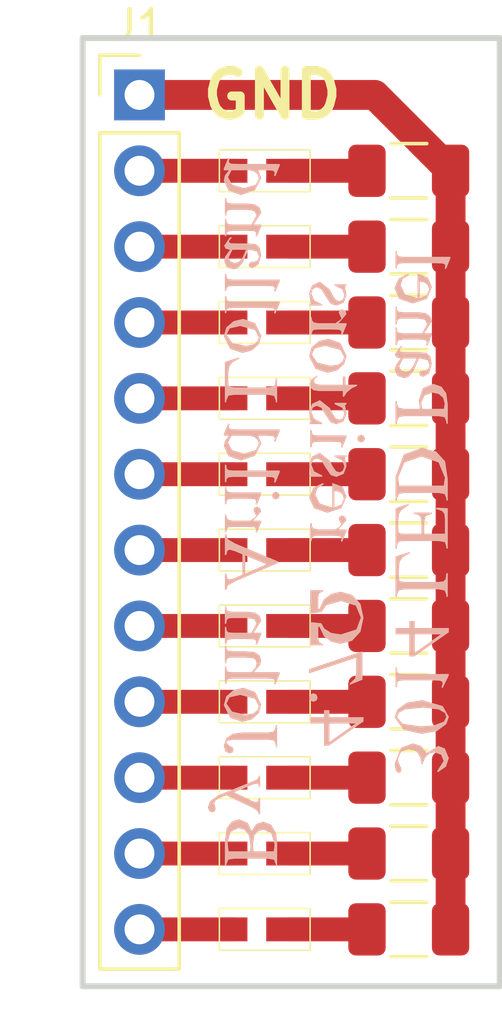
<source format=kicad_pcb>
(kicad_pcb (version 20171130) (host pcbnew "(5.0.0)")

  (general
    (thickness 1.6)
    (drawings 5)
    (tracks 34)
    (zones 0)
    (modules 24)
    (nets 24)
  )

  (page A4)
  (layers
    (0 F.Cu signal)
    (31 B.Cu signal)
    (32 B.Adhes user)
    (33 F.Adhes user)
    (34 B.Paste user)
    (35 F.Paste user)
    (36 B.SilkS user)
    (37 F.SilkS user)
    (38 B.Mask user)
    (39 F.Mask user)
    (40 Dwgs.User user)
    (41 Cmts.User user)
    (42 Eco1.User user)
    (43 Eco2.User user)
    (44 Edge.Cuts user)
    (45 Margin user)
    (46 B.CrtYd user)
    (47 F.CrtYd user)
    (48 B.Fab user)
    (49 F.Fab user)
  )

  (setup
    (last_trace_width 0.25)
    (trace_clearance 0.2)
    (zone_clearance 0.508)
    (zone_45_only no)
    (trace_min 0.2)
    (segment_width 0.2)
    (edge_width 0.2)
    (via_size 0.8)
    (via_drill 0.4)
    (via_min_size 0.4)
    (via_min_drill 0.3)
    (uvia_size 0.3)
    (uvia_drill 0.1)
    (uvias_allowed no)
    (uvia_min_size 0.2)
    (uvia_min_drill 0.1)
    (pcb_text_width 0.3)
    (pcb_text_size 1.5 1.5)
    (mod_edge_width 0.15)
    (mod_text_size 1 1)
    (mod_text_width 0.15)
    (pad_size 1.524 1.524)
    (pad_drill 0.762)
    (pad_to_mask_clearance 0.2)
    (aux_axis_origin 0 0)
    (visible_elements 7FFFFFFF)
    (pcbplotparams
      (layerselection 0x010f0_ffffffff)
      (usegerberextensions false)
      (usegerberattributes false)
      (usegerberadvancedattributes false)
      (creategerberjobfile false)
      (excludeedgelayer true)
      (linewidth 0.100000)
      (plotframeref false)
      (viasonmask false)
      (mode 1)
      (useauxorigin false)
      (hpglpennumber 1)
      (hpglpenspeed 20)
      (hpglpendiameter 15.000000)
      (psnegative false)
      (psa4output false)
      (plotreference true)
      (plotvalue true)
      (plotinvisibletext false)
      (padsonsilk false)
      (subtractmaskfromsilk false)
      (outputformat 1)
      (mirror false)
      (drillshape 0)
      (scaleselection 1)
      (outputdirectory "gerber/"))
  )

  (net 0 "")
  (net 1 "Net-(D1-Pad1)")
  (net 2 "Net-(D1-Pad2)")
  (net 3 "Net-(D2-Pad2)")
  (net 4 "Net-(D2-Pad1)")
  (net 5 "Net-(D3-Pad1)")
  (net 6 "Net-(D3-Pad2)")
  (net 7 "Net-(D4-Pad2)")
  (net 8 "Net-(D4-Pad1)")
  (net 9 "Net-(D5-Pad1)")
  (net 10 "Net-(D5-Pad2)")
  (net 11 "Net-(D6-Pad2)")
  (net 12 "Net-(D6-Pad1)")
  (net 13 "Net-(D7-Pad1)")
  (net 14 "Net-(D7-Pad2)")
  (net 15 "Net-(D8-Pad2)")
  (net 16 "Net-(D8-Pad1)")
  (net 17 "Net-(D9-Pad1)")
  (net 18 "Net-(D9-Pad2)")
  (net 19 "Net-(D10-Pad2)")
  (net 20 "Net-(D10-Pad1)")
  (net 21 "Net-(D11-Pad1)")
  (net 22 "Net-(D11-Pad2)")
  (net 23 GND)

  (net_class Default "This is the default net class."
    (clearance 0.2)
    (trace_width 0.25)
    (via_dia 0.8)
    (via_drill 0.4)
    (uvia_dia 0.3)
    (uvia_drill 0.1)
    (add_net GND)
    (add_net "Net-(D1-Pad1)")
    (add_net "Net-(D1-Pad2)")
    (add_net "Net-(D10-Pad1)")
    (add_net "Net-(D10-Pad2)")
    (add_net "Net-(D11-Pad1)")
    (add_net "Net-(D11-Pad2)")
    (add_net "Net-(D2-Pad1)")
    (add_net "Net-(D2-Pad2)")
    (add_net "Net-(D3-Pad1)")
    (add_net "Net-(D3-Pad2)")
    (add_net "Net-(D4-Pad1)")
    (add_net "Net-(D4-Pad2)")
    (add_net "Net-(D5-Pad1)")
    (add_net "Net-(D5-Pad2)")
    (add_net "Net-(D6-Pad1)")
    (add_net "Net-(D6-Pad2)")
    (add_net "Net-(D7-Pad1)")
    (add_net "Net-(D7-Pad2)")
    (add_net "Net-(D8-Pad1)")
    (add_net "Net-(D8-Pad2)")
    (add_net "Net-(D9-Pad1)")
    (add_net "Net-(D9-Pad2)")
  )

  (module 3014LED:3014-LED (layer F.Cu) (tedit 5BB9DC1B) (tstamp 5BD230F2)
    (at 28.575 38.1)
    (path /5BB9C8A3)
    (fp_text reference D1 (at 1.38 -1.39) (layer F.SilkS) hide
      (effects (font (size 1 1) (thickness 0.15)))
    )
    (fp_text value LED (at 1.28 1.49) (layer F.Fab)
      (effects (font (size 1 1) (thickness 0.15)))
    )
    (fp_line (start -0.5 -0.7) (end 2.54 -0.7) (layer F.SilkS) (width 0.05))
    (fp_line (start 2.54 -0.7) (end 2.54 0.7) (layer F.SilkS) (width 0.05))
    (fp_line (start 2.54 0.7) (end -0.5 0.7) (layer F.SilkS) (width 0.05))
    (fp_line (start -0.5 0.7) (end -0.5 -0.7) (layer F.SilkS) (width 0.05))
    (pad 2 smd rect (at 0 0) (size 0.88 0.8) (layers F.Cu F.Paste F.Mask)
      (net 2 "Net-(D1-Pad2)"))
    (pad 1 smd rect (at 1.82 0) (size 1.5 0.8) (layers F.Cu F.Paste F.Mask)
      (net 1 "Net-(D1-Pad1)"))
  )

  (module 3014LED:3014-LED (layer F.Cu) (tedit 5BB9DC18) (tstamp 5BD230FC)
    (at 28.575 40.64)
    (path /5BB9D0A7)
    (fp_text reference D2 (at 1.38 -1.39) (layer F.SilkS) hide
      (effects (font (size 1 1) (thickness 0.15)))
    )
    (fp_text value LED (at 1.28 1.49) (layer F.Fab)
      (effects (font (size 1 1) (thickness 0.15)))
    )
    (fp_line (start -0.5 0.7) (end -0.5 -0.7) (layer F.SilkS) (width 0.05))
    (fp_line (start 2.54 0.7) (end -0.5 0.7) (layer F.SilkS) (width 0.05))
    (fp_line (start 2.54 -0.7) (end 2.54 0.7) (layer F.SilkS) (width 0.05))
    (fp_line (start -0.5 -0.7) (end 2.54 -0.7) (layer F.SilkS) (width 0.05))
    (pad 1 smd rect (at 1.82 0) (size 1.5 0.8) (layers F.Cu F.Paste F.Mask)
      (net 4 "Net-(D2-Pad1)"))
    (pad 2 smd rect (at 0 0) (size 0.88 0.8) (layers F.Cu F.Paste F.Mask)
      (net 3 "Net-(D2-Pad2)"))
  )

  (module 3014LED:3014-LED (layer F.Cu) (tedit 5BB9DC15) (tstamp 5BD23106)
    (at 28.575 43.18)
    (path /5BB9D0E1)
    (fp_text reference D3 (at 1.38 -1.39) (layer F.SilkS) hide
      (effects (font (size 1 1) (thickness 0.15)))
    )
    (fp_text value LED (at 1.28 1.49) (layer F.Fab)
      (effects (font (size 1 1) (thickness 0.15)))
    )
    (fp_line (start -0.5 -0.7) (end 2.54 -0.7) (layer F.SilkS) (width 0.05))
    (fp_line (start 2.54 -0.7) (end 2.54 0.7) (layer F.SilkS) (width 0.05))
    (fp_line (start 2.54 0.7) (end -0.5 0.7) (layer F.SilkS) (width 0.05))
    (fp_line (start -0.5 0.7) (end -0.5 -0.7) (layer F.SilkS) (width 0.05))
    (pad 2 smd rect (at 0 0) (size 0.88 0.8) (layers F.Cu F.Paste F.Mask)
      (net 6 "Net-(D3-Pad2)"))
    (pad 1 smd rect (at 1.82 0) (size 1.5 0.8) (layers F.Cu F.Paste F.Mask)
      (net 5 "Net-(D3-Pad1)"))
  )

  (module 3014LED:3014-LED (layer F.Cu) (tedit 5BB9DC12) (tstamp 5BD23110)
    (at 28.575 45.72)
    (path /5BB9D119)
    (fp_text reference D4 (at 1.38 -1.39) (layer F.SilkS) hide
      (effects (font (size 1 1) (thickness 0.15)))
    )
    (fp_text value LED (at 1.28 1.49) (layer F.Fab)
      (effects (font (size 1 1) (thickness 0.15)))
    )
    (fp_line (start -0.5 0.7) (end -0.5 -0.7) (layer F.SilkS) (width 0.05))
    (fp_line (start 2.54 0.7) (end -0.5 0.7) (layer F.SilkS) (width 0.05))
    (fp_line (start 2.54 -0.7) (end 2.54 0.7) (layer F.SilkS) (width 0.05))
    (fp_line (start -0.5 -0.7) (end 2.54 -0.7) (layer F.SilkS) (width 0.05))
    (pad 1 smd rect (at 1.82 0) (size 1.5 0.8) (layers F.Cu F.Paste F.Mask)
      (net 8 "Net-(D4-Pad1)"))
    (pad 2 smd rect (at 0 0) (size 0.88 0.8) (layers F.Cu F.Paste F.Mask)
      (net 7 "Net-(D4-Pad2)"))
  )

  (module 3014LED:3014-LED (layer F.Cu) (tedit 5BB9DC10) (tstamp 5BD2311A)
    (at 28.575 48.26)
    (path /5BB9D157)
    (fp_text reference D5 (at 1.38 -1.39) (layer F.SilkS) hide
      (effects (font (size 1 1) (thickness 0.15)))
    )
    (fp_text value LED (at 1.28 1.49) (layer F.Fab)
      (effects (font (size 1 1) (thickness 0.15)))
    )
    (fp_line (start -0.5 -0.7) (end 2.54 -0.7) (layer F.SilkS) (width 0.05))
    (fp_line (start 2.54 -0.7) (end 2.54 0.7) (layer F.SilkS) (width 0.05))
    (fp_line (start 2.54 0.7) (end -0.5 0.7) (layer F.SilkS) (width 0.05))
    (fp_line (start -0.5 0.7) (end -0.5 -0.7) (layer F.SilkS) (width 0.05))
    (pad 2 smd rect (at 0 0) (size 0.88 0.8) (layers F.Cu F.Paste F.Mask)
      (net 10 "Net-(D5-Pad2)"))
    (pad 1 smd rect (at 1.82 0) (size 1.5 0.8) (layers F.Cu F.Paste F.Mask)
      (net 9 "Net-(D5-Pad1)"))
  )

  (module 3014LED:3014-LED (layer F.Cu) (tedit 5BB9DC0D) (tstamp 5BD23124)
    (at 28.575 50.8)
    (path /5BB9D197)
    (fp_text reference D6 (at 1.38 -1.39) (layer F.SilkS) hide
      (effects (font (size 1 1) (thickness 0.15)))
    )
    (fp_text value LED (at 1.28 1.49) (layer F.Fab)
      (effects (font (size 1 1) (thickness 0.15)))
    )
    (fp_line (start -0.5 0.7) (end -0.5 -0.7) (layer F.SilkS) (width 0.05))
    (fp_line (start 2.54 0.7) (end -0.5 0.7) (layer F.SilkS) (width 0.05))
    (fp_line (start 2.54 -0.7) (end 2.54 0.7) (layer F.SilkS) (width 0.05))
    (fp_line (start -0.5 -0.7) (end 2.54 -0.7) (layer F.SilkS) (width 0.05))
    (pad 1 smd rect (at 1.82 0) (size 1.5 0.8) (layers F.Cu F.Paste F.Mask)
      (net 12 "Net-(D6-Pad1)"))
    (pad 2 smd rect (at 0 0) (size 0.88 0.8) (layers F.Cu F.Paste F.Mask)
      (net 11 "Net-(D6-Pad2)"))
  )

  (module 3014LED:3014-LED (layer F.Cu) (tedit 5BB9DC09) (tstamp 5BD2312E)
    (at 28.575 53.34)
    (path /5BB9D1D5)
    (fp_text reference D7 (at 1.38 -1.39) (layer F.SilkS) hide
      (effects (font (size 1 1) (thickness 0.15)))
    )
    (fp_text value LED (at 1.28 1.49) (layer F.Fab)
      (effects (font (size 1 1) (thickness 0.15)))
    )
    (fp_line (start -0.5 -0.7) (end 2.54 -0.7) (layer F.SilkS) (width 0.05))
    (fp_line (start 2.54 -0.7) (end 2.54 0.7) (layer F.SilkS) (width 0.05))
    (fp_line (start 2.54 0.7) (end -0.5 0.7) (layer F.SilkS) (width 0.05))
    (fp_line (start -0.5 0.7) (end -0.5 -0.7) (layer F.SilkS) (width 0.05))
    (pad 2 smd rect (at 0 0) (size 0.88 0.8) (layers F.Cu F.Paste F.Mask)
      (net 14 "Net-(D7-Pad2)"))
    (pad 1 smd rect (at 1.82 0) (size 1.5 0.8) (layers F.Cu F.Paste F.Mask)
      (net 13 "Net-(D7-Pad1)"))
  )

  (module 3014LED:3014-LED (layer F.Cu) (tedit 5BB9DC07) (tstamp 5BD23138)
    (at 28.575 55.88)
    (path /5BB9D221)
    (fp_text reference D8 (at 1.38 -1.39) (layer F.SilkS) hide
      (effects (font (size 1 1) (thickness 0.15)))
    )
    (fp_text value LED (at 1.28 1.49) (layer F.Fab)
      (effects (font (size 1 1) (thickness 0.15)))
    )
    (fp_line (start -0.5 0.7) (end -0.5 -0.7) (layer F.SilkS) (width 0.05))
    (fp_line (start 2.54 0.7) (end -0.5 0.7) (layer F.SilkS) (width 0.05))
    (fp_line (start 2.54 -0.7) (end 2.54 0.7) (layer F.SilkS) (width 0.05))
    (fp_line (start -0.5 -0.7) (end 2.54 -0.7) (layer F.SilkS) (width 0.05))
    (pad 1 smd rect (at 1.82 0) (size 1.5 0.8) (layers F.Cu F.Paste F.Mask)
      (net 16 "Net-(D8-Pad1)"))
    (pad 2 smd rect (at 0 0) (size 0.88 0.8) (layers F.Cu F.Paste F.Mask)
      (net 15 "Net-(D8-Pad2)"))
  )

  (module 3014LED:3014-LED (layer F.Cu) (tedit 5BB9DC04) (tstamp 5BD23142)
    (at 28.575 58.42)
    (path /5BB9D267)
    (fp_text reference D9 (at 1.38 -1.39) (layer F.SilkS) hide
      (effects (font (size 1 1) (thickness 0.15)))
    )
    (fp_text value LED (at 1.28 1.49) (layer F.Fab)
      (effects (font (size 1 1) (thickness 0.15)))
    )
    (fp_line (start -0.5 -0.7) (end 2.54 -0.7) (layer F.SilkS) (width 0.05))
    (fp_line (start 2.54 -0.7) (end 2.54 0.7) (layer F.SilkS) (width 0.05))
    (fp_line (start 2.54 0.7) (end -0.5 0.7) (layer F.SilkS) (width 0.05))
    (fp_line (start -0.5 0.7) (end -0.5 -0.7) (layer F.SilkS) (width 0.05))
    (pad 2 smd rect (at 0 0) (size 0.88 0.8) (layers F.Cu F.Paste F.Mask)
      (net 18 "Net-(D9-Pad2)"))
    (pad 1 smd rect (at 1.82 0) (size 1.5 0.8) (layers F.Cu F.Paste F.Mask)
      (net 17 "Net-(D9-Pad1)"))
  )

  (module 3014LED:3014-LED (layer F.Cu) (tedit 5BB9DC01) (tstamp 5BD2314C)
    (at 28.575 60.96)
    (path /5BB9D2AF)
    (fp_text reference D10 (at 1.38 -1.39) (layer F.SilkS) hide
      (effects (font (size 1 1) (thickness 0.15)))
    )
    (fp_text value LED (at 1.28 1.49) (layer F.Fab)
      (effects (font (size 1 1) (thickness 0.15)))
    )
    (fp_line (start -0.5 0.7) (end -0.5 -0.7) (layer F.SilkS) (width 0.05))
    (fp_line (start 2.54 0.7) (end -0.5 0.7) (layer F.SilkS) (width 0.05))
    (fp_line (start 2.54 -0.7) (end 2.54 0.7) (layer F.SilkS) (width 0.05))
    (fp_line (start -0.5 -0.7) (end 2.54 -0.7) (layer F.SilkS) (width 0.05))
    (pad 1 smd rect (at 1.82 0) (size 1.5 0.8) (layers F.Cu F.Paste F.Mask)
      (net 20 "Net-(D10-Pad1)"))
    (pad 2 smd rect (at 0 0) (size 0.88 0.8) (layers F.Cu F.Paste F.Mask)
      (net 19 "Net-(D10-Pad2)"))
  )

  (module 3014LED:3014-LED (layer F.Cu) (tedit 5BB9DBFE) (tstamp 5BD23156)
    (at 28.575 63.5)
    (path /5BB9D2F5)
    (fp_text reference D11 (at 1.38 -1.39) (layer F.SilkS) hide
      (effects (font (size 1 1) (thickness 0.15)))
    )
    (fp_text value LED (at 1.28 1.49) (layer F.Fab)
      (effects (font (size 1 1) (thickness 0.15)))
    )
    (fp_line (start -0.5 -0.7) (end 2.54 -0.7) (layer F.SilkS) (width 0.05))
    (fp_line (start 2.54 -0.7) (end 2.54 0.7) (layer F.SilkS) (width 0.05))
    (fp_line (start 2.54 0.7) (end -0.5 0.7) (layer F.SilkS) (width 0.05))
    (fp_line (start -0.5 0.7) (end -0.5 -0.7) (layer F.SilkS) (width 0.05))
    (pad 2 smd rect (at 0 0) (size 0.88 0.8) (layers F.Cu F.Paste F.Mask)
      (net 22 "Net-(D11-Pad2)"))
    (pad 1 smd rect (at 1.82 0) (size 1.5 0.8) (layers F.Cu F.Paste F.Mask)
      (net 21 "Net-(D11-Pad1)"))
  )

  (module Connector_PinHeader_2.54mm:PinHeader_1x12_P2.54mm_Vertical (layer F.Cu) (tedit 59FED5CC) (tstamp 5BD23176)
    (at 25.4 35.56)
    (descr "Through hole straight pin header, 1x12, 2.54mm pitch, single row")
    (tags "Through hole pin header THT 1x12 2.54mm single row")
    (path /5BB9C98B)
    (fp_text reference J1 (at 0 -2.33) (layer F.SilkS)
      (effects (font (size 1 1) (thickness 0.15)))
    )
    (fp_text value Conn_01x12 (at 0 30.27) (layer F.Fab)
      (effects (font (size 1 1) (thickness 0.15)))
    )
    (fp_line (start -0.635 -1.27) (end 1.27 -1.27) (layer F.Fab) (width 0.1))
    (fp_line (start 1.27 -1.27) (end 1.27 29.21) (layer F.Fab) (width 0.1))
    (fp_line (start 1.27 29.21) (end -1.27 29.21) (layer F.Fab) (width 0.1))
    (fp_line (start -1.27 29.21) (end -1.27 -0.635) (layer F.Fab) (width 0.1))
    (fp_line (start -1.27 -0.635) (end -0.635 -1.27) (layer F.Fab) (width 0.1))
    (fp_line (start -1.33 29.27) (end 1.33 29.27) (layer F.SilkS) (width 0.12))
    (fp_line (start -1.33 1.27) (end -1.33 29.27) (layer F.SilkS) (width 0.12))
    (fp_line (start 1.33 1.27) (end 1.33 29.27) (layer F.SilkS) (width 0.12))
    (fp_line (start -1.33 1.27) (end 1.33 1.27) (layer F.SilkS) (width 0.12))
    (fp_line (start -1.33 0) (end -1.33 -1.33) (layer F.SilkS) (width 0.12))
    (fp_line (start -1.33 -1.33) (end 0 -1.33) (layer F.SilkS) (width 0.12))
    (fp_line (start -1.8 -1.8) (end -1.8 29.75) (layer F.CrtYd) (width 0.05))
    (fp_line (start -1.8 29.75) (end 1.8 29.75) (layer F.CrtYd) (width 0.05))
    (fp_line (start 1.8 29.75) (end 1.8 -1.8) (layer F.CrtYd) (width 0.05))
    (fp_line (start 1.8 -1.8) (end -1.8 -1.8) (layer F.CrtYd) (width 0.05))
    (fp_text user %R (at 0 13.97 90) (layer F.Fab)
      (effects (font (size 1 1) (thickness 0.15)))
    )
    (pad 1 thru_hole rect (at 0 0) (size 1.7 1.7) (drill 1) (layers *.Cu *.Mask)
      (net 23 GND))
    (pad 2 thru_hole oval (at 0 2.54) (size 1.7 1.7) (drill 1) (layers *.Cu *.Mask)
      (net 2 "Net-(D1-Pad2)"))
    (pad 3 thru_hole oval (at 0 5.08) (size 1.7 1.7) (drill 1) (layers *.Cu *.Mask)
      (net 3 "Net-(D2-Pad2)"))
    (pad 4 thru_hole oval (at 0 7.62) (size 1.7 1.7) (drill 1) (layers *.Cu *.Mask)
      (net 6 "Net-(D3-Pad2)"))
    (pad 5 thru_hole oval (at 0 10.16) (size 1.7 1.7) (drill 1) (layers *.Cu *.Mask)
      (net 7 "Net-(D4-Pad2)"))
    (pad 6 thru_hole oval (at 0 12.7) (size 1.7 1.7) (drill 1) (layers *.Cu *.Mask)
      (net 10 "Net-(D5-Pad2)"))
    (pad 7 thru_hole oval (at 0 15.24) (size 1.7 1.7) (drill 1) (layers *.Cu *.Mask)
      (net 11 "Net-(D6-Pad2)"))
    (pad 8 thru_hole oval (at 0 17.78) (size 1.7 1.7) (drill 1) (layers *.Cu *.Mask)
      (net 14 "Net-(D7-Pad2)"))
    (pad 9 thru_hole oval (at 0 20.32) (size 1.7 1.7) (drill 1) (layers *.Cu *.Mask)
      (net 15 "Net-(D8-Pad2)"))
    (pad 10 thru_hole oval (at 0 22.86) (size 1.7 1.7) (drill 1) (layers *.Cu *.Mask)
      (net 18 "Net-(D9-Pad2)"))
    (pad 11 thru_hole oval (at 0 25.4) (size 1.7 1.7) (drill 1) (layers *.Cu *.Mask)
      (net 19 "Net-(D10-Pad2)"))
    (pad 12 thru_hole oval (at 0 27.94) (size 1.7 1.7) (drill 1) (layers *.Cu *.Mask)
      (net 22 "Net-(D11-Pad2)"))
    (model ${KISYS3DMOD}/Connector_PinHeader_2.54mm.3dshapes/PinHeader_1x12_P2.54mm_Vertical.wrl
      (at (xyz 0 0 0))
      (scale (xyz 1 1 1))
      (rotate (xyz 0 0 0))
    )
  )

  (module Resistor_SMD:R_1206_3216Metric (layer F.Cu) (tedit 5BB9DBD3) (tstamp 5BD23187)
    (at 34.42 38.1)
    (descr "Resistor SMD 1206 (3216 Metric), square (rectangular) end terminal, IPC_7351 nominal, (Body size source: http://www.tortai-tech.com/upload/download/2011102023233369053.pdf), generated with kicad-footprint-generator")
    (tags resistor)
    (path /5BB9CC16)
    (attr smd)
    (fp_text reference R1 (at 0 -1.82) (layer F.SilkS) hide
      (effects (font (size 1 1) (thickness 0.15)))
    )
    (fp_text value 4K7 (at 0 1.82) (layer F.Fab)
      (effects (font (size 1 1) (thickness 0.15)))
    )
    (fp_text user %R (at 0 0) (layer F.Fab)
      (effects (font (size 0.8 0.8) (thickness 0.12)))
    )
    (fp_line (start 2.28 1.12) (end -2.28 1.12) (layer F.CrtYd) (width 0.05))
    (fp_line (start 2.28 -1.12) (end 2.28 1.12) (layer F.CrtYd) (width 0.05))
    (fp_line (start -2.28 -1.12) (end 2.28 -1.12) (layer F.CrtYd) (width 0.05))
    (fp_line (start -2.28 1.12) (end -2.28 -1.12) (layer F.CrtYd) (width 0.05))
    (fp_line (start -0.602064 0.91) (end 0.602064 0.91) (layer F.SilkS) (width 0.12))
    (fp_line (start -0.602064 -0.91) (end 0.602064 -0.91) (layer F.SilkS) (width 0.12))
    (fp_line (start 1.6 0.8) (end -1.6 0.8) (layer F.Fab) (width 0.1))
    (fp_line (start 1.6 -0.8) (end 1.6 0.8) (layer F.Fab) (width 0.1))
    (fp_line (start -1.6 -0.8) (end 1.6 -0.8) (layer F.Fab) (width 0.1))
    (fp_line (start -1.6 0.8) (end -1.6 -0.8) (layer F.Fab) (width 0.1))
    (pad 2 smd roundrect (at 1.4 0) (size 1.25 1.75) (layers F.Cu F.Paste F.Mask) (roundrect_rratio 0.2)
      (net 23 GND))
    (pad 1 smd roundrect (at -1.4 0) (size 1.25 1.75) (layers F.Cu F.Paste F.Mask) (roundrect_rratio 0.2)
      (net 1 "Net-(D1-Pad1)"))
    (model ${KISYS3DMOD}/Resistor_SMD.3dshapes/R_1206_3216Metric.wrl
      (at (xyz 0 0 0))
      (scale (xyz 1 1 1))
      (rotate (xyz 0 0 0))
    )
  )

  (module Resistor_SMD:R_1206_3216Metric (layer F.Cu) (tedit 5BB9DBD7) (tstamp 5BD23198)
    (at 34.42 40.64)
    (descr "Resistor SMD 1206 (3216 Metric), square (rectangular) end terminal, IPC_7351 nominal, (Body size source: http://www.tortai-tech.com/upload/download/2011102023233369053.pdf), generated with kicad-footprint-generator")
    (tags resistor)
    (path /5BB9CD39)
    (attr smd)
    (fp_text reference R2 (at 0 -2.54) (layer F.SilkS) hide
      (effects (font (size 1 1) (thickness 0.15)))
    )
    (fp_text value 4K7 (at 0 1.82) (layer F.Fab)
      (effects (font (size 1 1) (thickness 0.15)))
    )
    (fp_line (start -1.6 0.8) (end -1.6 -0.8) (layer F.Fab) (width 0.1))
    (fp_line (start -1.6 -0.8) (end 1.6 -0.8) (layer F.Fab) (width 0.1))
    (fp_line (start 1.6 -0.8) (end 1.6 0.8) (layer F.Fab) (width 0.1))
    (fp_line (start 1.6 0.8) (end -1.6 0.8) (layer F.Fab) (width 0.1))
    (fp_line (start -0.602064 -0.91) (end 0.602064 -0.91) (layer F.SilkS) (width 0.12))
    (fp_line (start -0.602064 0.91) (end 0.602064 0.91) (layer F.SilkS) (width 0.12))
    (fp_line (start -2.28 1.12) (end -2.28 -1.12) (layer F.CrtYd) (width 0.05))
    (fp_line (start -2.28 -1.12) (end 2.28 -1.12) (layer F.CrtYd) (width 0.05))
    (fp_line (start 2.28 -1.12) (end 2.28 1.12) (layer F.CrtYd) (width 0.05))
    (fp_line (start 2.28 1.12) (end -2.28 1.12) (layer F.CrtYd) (width 0.05))
    (fp_text user %R (at 0 0) (layer F.Fab)
      (effects (font (size 0.8 0.8) (thickness 0.12)))
    )
    (pad 1 smd roundrect (at -1.4 0) (size 1.25 1.75) (layers F.Cu F.Paste F.Mask) (roundrect_rratio 0.2)
      (net 4 "Net-(D2-Pad1)"))
    (pad 2 smd roundrect (at 1.4 0) (size 1.25 1.75) (layers F.Cu F.Paste F.Mask) (roundrect_rratio 0.2)
      (net 23 GND))
    (model ${KISYS3DMOD}/Resistor_SMD.3dshapes/R_1206_3216Metric.wrl
      (at (xyz 0 0 0))
      (scale (xyz 1 1 1))
      (rotate (xyz 0 0 0))
    )
  )

  (module Resistor_SMD:R_1206_3216Metric (layer F.Cu) (tedit 5BB9DBDA) (tstamp 5BD231A9)
    (at 34.42 43.18)
    (descr "Resistor SMD 1206 (3216 Metric), square (rectangular) end terminal, IPC_7351 nominal, (Body size source: http://www.tortai-tech.com/upload/download/2011102023233369053.pdf), generated with kicad-footprint-generator")
    (tags resistor)
    (path /5BB9CD93)
    (attr smd)
    (fp_text reference R3 (at -0.13 -2.54) (layer F.SilkS) hide
      (effects (font (size 1 1) (thickness 0.15)))
    )
    (fp_text value 4K7 (at 0 1.82) (layer F.Fab)
      (effects (font (size 1 1) (thickness 0.15)))
    )
    (fp_text user %R (at 0 0) (layer F.Fab)
      (effects (font (size 0.8 0.8) (thickness 0.12)))
    )
    (fp_line (start 2.28 1.12) (end -2.28 1.12) (layer F.CrtYd) (width 0.05))
    (fp_line (start 2.28 -1.12) (end 2.28 1.12) (layer F.CrtYd) (width 0.05))
    (fp_line (start -2.28 -1.12) (end 2.28 -1.12) (layer F.CrtYd) (width 0.05))
    (fp_line (start -2.28 1.12) (end -2.28 -1.12) (layer F.CrtYd) (width 0.05))
    (fp_line (start -0.602064 0.91) (end 0.602064 0.91) (layer F.SilkS) (width 0.12))
    (fp_line (start -0.602064 -0.91) (end 0.602064 -0.91) (layer F.SilkS) (width 0.12))
    (fp_line (start 1.6 0.8) (end -1.6 0.8) (layer F.Fab) (width 0.1))
    (fp_line (start 1.6 -0.8) (end 1.6 0.8) (layer F.Fab) (width 0.1))
    (fp_line (start -1.6 -0.8) (end 1.6 -0.8) (layer F.Fab) (width 0.1))
    (fp_line (start -1.6 0.8) (end -1.6 -0.8) (layer F.Fab) (width 0.1))
    (pad 2 smd roundrect (at 1.4 0) (size 1.25 1.75) (layers F.Cu F.Paste F.Mask) (roundrect_rratio 0.2)
      (net 23 GND))
    (pad 1 smd roundrect (at -1.4 0) (size 1.25 1.75) (layers F.Cu F.Paste F.Mask) (roundrect_rratio 0.2)
      (net 5 "Net-(D3-Pad1)"))
    (model ${KISYS3DMOD}/Resistor_SMD.3dshapes/R_1206_3216Metric.wrl
      (at (xyz 0 0 0))
      (scale (xyz 1 1 1))
      (rotate (xyz 0 0 0))
    )
  )

  (module Resistor_SMD:R_1206_3216Metric (layer F.Cu) (tedit 5BB9DBDD) (tstamp 5BD231BA)
    (at 34.42 45.72)
    (descr "Resistor SMD 1206 (3216 Metric), square (rectangular) end terminal, IPC_7351 nominal, (Body size source: http://www.tortai-tech.com/upload/download/2011102023233369053.pdf), generated with kicad-footprint-generator")
    (tags resistor)
    (path /5BB9CDDE)
    (attr smd)
    (fp_text reference R4 (at -0.13 -2.54) (layer F.SilkS) hide
      (effects (font (size 1 1) (thickness 0.15)))
    )
    (fp_text value 4K7 (at 0 1.82) (layer F.Fab)
      (effects (font (size 1 1) (thickness 0.15)))
    )
    (fp_line (start -1.6 0.8) (end -1.6 -0.8) (layer F.Fab) (width 0.1))
    (fp_line (start -1.6 -0.8) (end 1.6 -0.8) (layer F.Fab) (width 0.1))
    (fp_line (start 1.6 -0.8) (end 1.6 0.8) (layer F.Fab) (width 0.1))
    (fp_line (start 1.6 0.8) (end -1.6 0.8) (layer F.Fab) (width 0.1))
    (fp_line (start -0.602064 -0.91) (end 0.602064 -0.91) (layer F.SilkS) (width 0.12))
    (fp_line (start -0.602064 0.91) (end 0.602064 0.91) (layer F.SilkS) (width 0.12))
    (fp_line (start -2.28 1.12) (end -2.28 -1.12) (layer F.CrtYd) (width 0.05))
    (fp_line (start -2.28 -1.12) (end 2.28 -1.12) (layer F.CrtYd) (width 0.05))
    (fp_line (start 2.28 -1.12) (end 2.28 1.12) (layer F.CrtYd) (width 0.05))
    (fp_line (start 2.28 1.12) (end -2.28 1.12) (layer F.CrtYd) (width 0.05))
    (fp_text user %R (at 0 0) (layer F.Fab)
      (effects (font (size 0.8 0.8) (thickness 0.12)))
    )
    (pad 1 smd roundrect (at -1.4 0) (size 1.25 1.75) (layers F.Cu F.Paste F.Mask) (roundrect_rratio 0.2)
      (net 8 "Net-(D4-Pad1)"))
    (pad 2 smd roundrect (at 1.4 0) (size 1.25 1.75) (layers F.Cu F.Paste F.Mask) (roundrect_rratio 0.2)
      (net 23 GND))
    (model ${KISYS3DMOD}/Resistor_SMD.3dshapes/R_1206_3216Metric.wrl
      (at (xyz 0 0 0))
      (scale (xyz 1 1 1))
      (rotate (xyz 0 0 0))
    )
  )

  (module Resistor_SMD:R_1206_3216Metric (layer F.Cu) (tedit 5BB9DBE0) (tstamp 5BD231CB)
    (at 34.42 48.26)
    (descr "Resistor SMD 1206 (3216 Metric), square (rectangular) end terminal, IPC_7351 nominal, (Body size source: http://www.tortai-tech.com/upload/download/2011102023233369053.pdf), generated with kicad-footprint-generator")
    (tags resistor)
    (path /5BB9CE08)
    (attr smd)
    (fp_text reference R5 (at -0.13 -2.54) (layer F.SilkS) hide
      (effects (font (size 1 1) (thickness 0.15)))
    )
    (fp_text value 4K7 (at 0 1.82) (layer F.Fab)
      (effects (font (size 1 1) (thickness 0.15)))
    )
    (fp_text user %R (at 0 0) (layer F.Fab)
      (effects (font (size 0.8 0.8) (thickness 0.12)))
    )
    (fp_line (start 2.28 1.12) (end -2.28 1.12) (layer F.CrtYd) (width 0.05))
    (fp_line (start 2.28 -1.12) (end 2.28 1.12) (layer F.CrtYd) (width 0.05))
    (fp_line (start -2.28 -1.12) (end 2.28 -1.12) (layer F.CrtYd) (width 0.05))
    (fp_line (start -2.28 1.12) (end -2.28 -1.12) (layer F.CrtYd) (width 0.05))
    (fp_line (start -0.602064 0.91) (end 0.602064 0.91) (layer F.SilkS) (width 0.12))
    (fp_line (start -0.602064 -0.91) (end 0.602064 -0.91) (layer F.SilkS) (width 0.12))
    (fp_line (start 1.6 0.8) (end -1.6 0.8) (layer F.Fab) (width 0.1))
    (fp_line (start 1.6 -0.8) (end 1.6 0.8) (layer F.Fab) (width 0.1))
    (fp_line (start -1.6 -0.8) (end 1.6 -0.8) (layer F.Fab) (width 0.1))
    (fp_line (start -1.6 0.8) (end -1.6 -0.8) (layer F.Fab) (width 0.1))
    (pad 2 smd roundrect (at 1.4 0) (size 1.25 1.75) (layers F.Cu F.Paste F.Mask) (roundrect_rratio 0.2)
      (net 23 GND))
    (pad 1 smd roundrect (at -1.4 0) (size 1.25 1.75) (layers F.Cu F.Paste F.Mask) (roundrect_rratio 0.2)
      (net 9 "Net-(D5-Pad1)"))
    (model ${KISYS3DMOD}/Resistor_SMD.3dshapes/R_1206_3216Metric.wrl
      (at (xyz 0 0 0))
      (scale (xyz 1 1 1))
      (rotate (xyz 0 0 0))
    )
  )

  (module Resistor_SMD:R_1206_3216Metric (layer F.Cu) (tedit 5BB9DBE3) (tstamp 5BD231DC)
    (at 34.42 50.8)
    (descr "Resistor SMD 1206 (3216 Metric), square (rectangular) end terminal, IPC_7351 nominal, (Body size source: http://www.tortai-tech.com/upload/download/2011102023233369053.pdf), generated with kicad-footprint-generator")
    (tags resistor)
    (path /5BB9CE34)
    (attr smd)
    (fp_text reference R6 (at 0 -1.82) (layer F.SilkS) hide
      (effects (font (size 1 1) (thickness 0.15)))
    )
    (fp_text value 4K7 (at 0 1.82) (layer F.Fab)
      (effects (font (size 1 1) (thickness 0.15)))
    )
    (fp_line (start -1.6 0.8) (end -1.6 -0.8) (layer F.Fab) (width 0.1))
    (fp_line (start -1.6 -0.8) (end 1.6 -0.8) (layer F.Fab) (width 0.1))
    (fp_line (start 1.6 -0.8) (end 1.6 0.8) (layer F.Fab) (width 0.1))
    (fp_line (start 1.6 0.8) (end -1.6 0.8) (layer F.Fab) (width 0.1))
    (fp_line (start -0.602064 -0.91) (end 0.602064 -0.91) (layer F.SilkS) (width 0.12))
    (fp_line (start -0.602064 0.91) (end 0.602064 0.91) (layer F.SilkS) (width 0.12))
    (fp_line (start -2.28 1.12) (end -2.28 -1.12) (layer F.CrtYd) (width 0.05))
    (fp_line (start -2.28 -1.12) (end 2.28 -1.12) (layer F.CrtYd) (width 0.05))
    (fp_line (start 2.28 -1.12) (end 2.28 1.12) (layer F.CrtYd) (width 0.05))
    (fp_line (start 2.28 1.12) (end -2.28 1.12) (layer F.CrtYd) (width 0.05))
    (fp_text user %R (at 0 0) (layer F.Fab)
      (effects (font (size 0.8 0.8) (thickness 0.12)))
    )
    (pad 1 smd roundrect (at -1.4 0) (size 1.25 1.75) (layers F.Cu F.Paste F.Mask) (roundrect_rratio 0.2)
      (net 12 "Net-(D6-Pad1)"))
    (pad 2 smd roundrect (at 1.4 0) (size 1.25 1.75) (layers F.Cu F.Paste F.Mask) (roundrect_rratio 0.2)
      (net 23 GND))
    (model ${KISYS3DMOD}/Resistor_SMD.3dshapes/R_1206_3216Metric.wrl
      (at (xyz 0 0 0))
      (scale (xyz 1 1 1))
      (rotate (xyz 0 0 0))
    )
  )

  (module Resistor_SMD:R_1206_3216Metric (layer F.Cu) (tedit 5BB9DBE6) (tstamp 5BD231ED)
    (at 34.42 53.34)
    (descr "Resistor SMD 1206 (3216 Metric), square (rectangular) end terminal, IPC_7351 nominal, (Body size source: http://www.tortai-tech.com/upload/download/2011102023233369053.pdf), generated with kicad-footprint-generator")
    (tags resistor)
    (path /5BB9CE62)
    (attr smd)
    (fp_text reference R7 (at 0 -1.82) (layer F.SilkS) hide
      (effects (font (size 1 1) (thickness 0.15)))
    )
    (fp_text value 4K7 (at 0 1.82) (layer F.Fab)
      (effects (font (size 1 1) (thickness 0.15)))
    )
    (fp_text user %R (at 0 0) (layer F.Fab)
      (effects (font (size 0.8 0.8) (thickness 0.12)))
    )
    (fp_line (start 2.28 1.12) (end -2.28 1.12) (layer F.CrtYd) (width 0.05))
    (fp_line (start 2.28 -1.12) (end 2.28 1.12) (layer F.CrtYd) (width 0.05))
    (fp_line (start -2.28 -1.12) (end 2.28 -1.12) (layer F.CrtYd) (width 0.05))
    (fp_line (start -2.28 1.12) (end -2.28 -1.12) (layer F.CrtYd) (width 0.05))
    (fp_line (start -0.602064 0.91) (end 0.602064 0.91) (layer F.SilkS) (width 0.12))
    (fp_line (start -0.602064 -0.91) (end 0.602064 -0.91) (layer F.SilkS) (width 0.12))
    (fp_line (start 1.6 0.8) (end -1.6 0.8) (layer F.Fab) (width 0.1))
    (fp_line (start 1.6 -0.8) (end 1.6 0.8) (layer F.Fab) (width 0.1))
    (fp_line (start -1.6 -0.8) (end 1.6 -0.8) (layer F.Fab) (width 0.1))
    (fp_line (start -1.6 0.8) (end -1.6 -0.8) (layer F.Fab) (width 0.1))
    (pad 2 smd roundrect (at 1.4 0) (size 1.25 1.75) (layers F.Cu F.Paste F.Mask) (roundrect_rratio 0.2)
      (net 23 GND))
    (pad 1 smd roundrect (at -1.4 0) (size 1.25 1.75) (layers F.Cu F.Paste F.Mask) (roundrect_rratio 0.2)
      (net 13 "Net-(D7-Pad1)"))
    (model ${KISYS3DMOD}/Resistor_SMD.3dshapes/R_1206_3216Metric.wrl
      (at (xyz 0 0 0))
      (scale (xyz 1 1 1))
      (rotate (xyz 0 0 0))
    )
  )

  (module Resistor_SMD:R_1206_3216Metric (layer F.Cu) (tedit 5BB9DBF0) (tstamp 5BD231FE)
    (at 34.42 55.88)
    (descr "Resistor SMD 1206 (3216 Metric), square (rectangular) end terminal, IPC_7351 nominal, (Body size source: http://www.tortai-tech.com/upload/download/2011102023233369053.pdf), generated with kicad-footprint-generator")
    (tags resistor)
    (path /5BB9CE92)
    (attr smd)
    (fp_text reference R8 (at 0 -1.82) (layer F.SilkS) hide
      (effects (font (size 1 1) (thickness 0.15)))
    )
    (fp_text value 4K7 (at 0 1.82) (layer F.Fab)
      (effects (font (size 1 1) (thickness 0.15)))
    )
    (fp_line (start -1.6 0.8) (end -1.6 -0.8) (layer F.Fab) (width 0.1))
    (fp_line (start -1.6 -0.8) (end 1.6 -0.8) (layer F.Fab) (width 0.1))
    (fp_line (start 1.6 -0.8) (end 1.6 0.8) (layer F.Fab) (width 0.1))
    (fp_line (start 1.6 0.8) (end -1.6 0.8) (layer F.Fab) (width 0.1))
    (fp_line (start -0.602064 -0.91) (end 0.602064 -0.91) (layer F.SilkS) (width 0.12))
    (fp_line (start -0.602064 0.91) (end 0.602064 0.91) (layer F.SilkS) (width 0.12))
    (fp_line (start -2.28 1.12) (end -2.28 -1.12) (layer F.CrtYd) (width 0.05))
    (fp_line (start -2.28 -1.12) (end 2.28 -1.12) (layer F.CrtYd) (width 0.05))
    (fp_line (start 2.28 -1.12) (end 2.28 1.12) (layer F.CrtYd) (width 0.05))
    (fp_line (start 2.28 1.12) (end -2.28 1.12) (layer F.CrtYd) (width 0.05))
    (fp_text user %R (at 0 0) (layer F.Fab)
      (effects (font (size 0.8 0.8) (thickness 0.12)))
    )
    (pad 1 smd roundrect (at -1.4 0) (size 1.25 1.75) (layers F.Cu F.Paste F.Mask) (roundrect_rratio 0.2)
      (net 16 "Net-(D8-Pad1)"))
    (pad 2 smd roundrect (at 1.4 0) (size 1.25 1.75) (layers F.Cu F.Paste F.Mask) (roundrect_rratio 0.2)
      (net 23 GND))
    (model ${KISYS3DMOD}/Resistor_SMD.3dshapes/R_1206_3216Metric.wrl
      (at (xyz 0 0 0))
      (scale (xyz 1 1 1))
      (rotate (xyz 0 0 0))
    )
  )

  (module Resistor_SMD:R_1206_3216Metric (layer F.Cu) (tedit 5BB9DBF3) (tstamp 5BD2320F)
    (at 34.42 58.42)
    (descr "Resistor SMD 1206 (3216 Metric), square (rectangular) end terminal, IPC_7351 nominal, (Body size source: http://www.tortai-tech.com/upload/download/2011102023233369053.pdf), generated with kicad-footprint-generator")
    (tags resistor)
    (path /5BB9CEC4)
    (attr smd)
    (fp_text reference R9 (at 0 -1.82) (layer F.SilkS) hide
      (effects (font (size 1 1) (thickness 0.15)))
    )
    (fp_text value 4K7 (at 0 1.82) (layer F.Fab)
      (effects (font (size 1 1) (thickness 0.15)))
    )
    (fp_text user %R (at 0 0) (layer F.Fab)
      (effects (font (size 0.8 0.8) (thickness 0.12)))
    )
    (fp_line (start 2.28 1.12) (end -2.28 1.12) (layer F.CrtYd) (width 0.05))
    (fp_line (start 2.28 -1.12) (end 2.28 1.12) (layer F.CrtYd) (width 0.05))
    (fp_line (start -2.28 -1.12) (end 2.28 -1.12) (layer F.CrtYd) (width 0.05))
    (fp_line (start -2.28 1.12) (end -2.28 -1.12) (layer F.CrtYd) (width 0.05))
    (fp_line (start -0.602064 0.91) (end 0.602064 0.91) (layer F.SilkS) (width 0.12))
    (fp_line (start -0.602064 -0.91) (end 0.602064 -0.91) (layer F.SilkS) (width 0.12))
    (fp_line (start 1.6 0.8) (end -1.6 0.8) (layer F.Fab) (width 0.1))
    (fp_line (start 1.6 -0.8) (end 1.6 0.8) (layer F.Fab) (width 0.1))
    (fp_line (start -1.6 -0.8) (end 1.6 -0.8) (layer F.Fab) (width 0.1))
    (fp_line (start -1.6 0.8) (end -1.6 -0.8) (layer F.Fab) (width 0.1))
    (pad 2 smd roundrect (at 1.4 0) (size 1.25 1.75) (layers F.Cu F.Paste F.Mask) (roundrect_rratio 0.2)
      (net 23 GND))
    (pad 1 smd roundrect (at -1.4 0) (size 1.25 1.75) (layers F.Cu F.Paste F.Mask) (roundrect_rratio 0.2)
      (net 17 "Net-(D9-Pad1)"))
    (model ${KISYS3DMOD}/Resistor_SMD.3dshapes/R_1206_3216Metric.wrl
      (at (xyz 0 0 0))
      (scale (xyz 1 1 1))
      (rotate (xyz 0 0 0))
    )
  )

  (module Resistor_SMD:R_1206_3216Metric (layer F.Cu) (tedit 5BB9DBF6) (tstamp 5BD23220)
    (at 34.42 60.96)
    (descr "Resistor SMD 1206 (3216 Metric), square (rectangular) end terminal, IPC_7351 nominal, (Body size source: http://www.tortai-tech.com/upload/download/2011102023233369053.pdf), generated with kicad-footprint-generator")
    (tags resistor)
    (path /5BB9CEF8)
    (attr smd)
    (fp_text reference R10 (at 0 -1.82) (layer F.SilkS) hide
      (effects (font (size 1 1) (thickness 0.15)))
    )
    (fp_text value 4K7 (at 0 1.82) (layer F.Fab)
      (effects (font (size 1 1) (thickness 0.15)))
    )
    (fp_line (start -1.6 0.8) (end -1.6 -0.8) (layer F.Fab) (width 0.1))
    (fp_line (start -1.6 -0.8) (end 1.6 -0.8) (layer F.Fab) (width 0.1))
    (fp_line (start 1.6 -0.8) (end 1.6 0.8) (layer F.Fab) (width 0.1))
    (fp_line (start 1.6 0.8) (end -1.6 0.8) (layer F.Fab) (width 0.1))
    (fp_line (start -0.602064 -0.91) (end 0.602064 -0.91) (layer F.SilkS) (width 0.12))
    (fp_line (start -0.602064 0.91) (end 0.602064 0.91) (layer F.SilkS) (width 0.12))
    (fp_line (start -2.28 1.12) (end -2.28 -1.12) (layer F.CrtYd) (width 0.05))
    (fp_line (start -2.28 -1.12) (end 2.28 -1.12) (layer F.CrtYd) (width 0.05))
    (fp_line (start 2.28 -1.12) (end 2.28 1.12) (layer F.CrtYd) (width 0.05))
    (fp_line (start 2.28 1.12) (end -2.28 1.12) (layer F.CrtYd) (width 0.05))
    (fp_text user %R (at 0 0) (layer F.Fab)
      (effects (font (size 0.8 0.8) (thickness 0.12)))
    )
    (pad 1 smd roundrect (at -1.4 0) (size 1.25 1.75) (layers F.Cu F.Paste F.Mask) (roundrect_rratio 0.2)
      (net 20 "Net-(D10-Pad1)"))
    (pad 2 smd roundrect (at 1.4 0) (size 1.25 1.75) (layers F.Cu F.Paste F.Mask) (roundrect_rratio 0.2)
      (net 23 GND))
    (model ${KISYS3DMOD}/Resistor_SMD.3dshapes/R_1206_3216Metric.wrl
      (at (xyz 0 0 0))
      (scale (xyz 1 1 1))
      (rotate (xyz 0 0 0))
    )
  )

  (module Resistor_SMD:R_1206_3216Metric (layer F.Cu) (tedit 5BB9DBFA) (tstamp 5BD23231)
    (at 34.42 63.5)
    (descr "Resistor SMD 1206 (3216 Metric), square (rectangular) end terminal, IPC_7351 nominal, (Body size source: http://www.tortai-tech.com/upload/download/2011102023233369053.pdf), generated with kicad-footprint-generator")
    (tags resistor)
    (path /5BB9CF32)
    (attr smd)
    (fp_text reference R11 (at 0 -1.82) (layer F.SilkS) hide
      (effects (font (size 1 1) (thickness 0.15)))
    )
    (fp_text value 4K7 (at 0 1.82) (layer F.Fab)
      (effects (font (size 1 1) (thickness 0.15)))
    )
    (fp_line (start -1.6 0.8) (end -1.6 -0.8) (layer F.Fab) (width 0.1))
    (fp_line (start -1.6 -0.8) (end 1.6 -0.8) (layer F.Fab) (width 0.1))
    (fp_line (start 1.6 -0.8) (end 1.6 0.8) (layer F.Fab) (width 0.1))
    (fp_line (start 1.6 0.8) (end -1.6 0.8) (layer F.Fab) (width 0.1))
    (fp_line (start -0.602064 -0.91) (end 0.602064 -0.91) (layer F.SilkS) (width 0.12))
    (fp_line (start -0.602064 0.91) (end 0.602064 0.91) (layer F.SilkS) (width 0.12))
    (fp_line (start -2.28 1.12) (end -2.28 -1.12) (layer F.CrtYd) (width 0.05))
    (fp_line (start -2.28 -1.12) (end 2.28 -1.12) (layer F.CrtYd) (width 0.05))
    (fp_line (start 2.28 -1.12) (end 2.28 1.12) (layer F.CrtYd) (width 0.05))
    (fp_line (start 2.28 1.12) (end -2.28 1.12) (layer F.CrtYd) (width 0.05))
    (fp_text user %R (at 0 0) (layer F.Fab)
      (effects (font (size 0.8 0.8) (thickness 0.12)))
    )
    (pad 1 smd roundrect (at -1.4 0) (size 1.25 1.75) (layers F.Cu F.Paste F.Mask) (roundrect_rratio 0.2)
      (net 21 "Net-(D11-Pad1)"))
    (pad 2 smd roundrect (at 1.4 0) (size 1.25 1.75) (layers F.Cu F.Paste F.Mask) (roundrect_rratio 0.2)
      (net 23 GND))
    (model ${KISYS3DMOD}/Resistor_SMD.3dshapes/R_1206_3216Metric.wrl
      (at (xyz 0 0 0))
      (scale (xyz 1 1 1))
      (rotate (xyz 0 0 0))
    )
  )

  (module 3014LED:titteltekst (layer B.Cu) (tedit 5BB9FC7D) (tstamp 5BC63977)
    (at 31.75 49.53 90)
    (descr "Imported from drawing.svg")
    (tags svg2mod)
    (attr smd)
    (fp_text reference svg2mod (at 0 7.10956 90) (layer B.SilkS) hide
      (effects (font (size 1.524 1.524) (thickness 0.3048)) (justify mirror))
    )
    (fp_text value G*** (at 0 -7.10956 90) (layer B.SilkS) hide
      (effects (font (size 1.524 1.524) (thickness 0.3048)) (justify mirror))
    )
    (fp_poly (pts (xy -8.709405 3.642981) (xy -8.520786 3.915575) (xy -8.235274 4.012468) (xy -7.912296 3.875525)
      (xy -7.82703 3.657192) (xy -8.067325 3.261868) (xy -7.823154 3.081) (xy -7.740472 2.804531)
      (xy -7.885166 2.410498) (xy -8.431645 2.193457) (xy -8.673232 2.237383) (xy -8.736535 2.331692)
      (xy -8.706822 2.39758) (xy -8.633183 2.426001) (xy -8.567295 2.415666) (xy -8.467818 2.367865)
      (xy -8.360589 2.320064) (xy -8.258529 2.305853) (xy -8.02986 2.407914) (xy -7.931675 2.649501)
      (xy -7.976892 2.848455) (xy -8.050531 2.958269) (xy -8.202976 3.051286) (xy -8.400638 3.093919)
      (xy -8.441979 3.093919) (xy -8.441979 3.132676) (xy -8.237857 3.206315) (xy -8.087996 3.352301)
      (xy -8.041487 3.539628) (xy -8.125461 3.754085) (xy -8.332167 3.836767) (xy -8.666771 3.62231)
      (xy -8.709405 3.642981)) (layer B.SilkS) (width 0))
    (fp_poly (pts (xy -7.425246 3.090044) (xy -7.172031 3.057746) (xy -7.082889 2.467343) (xy -6.863265 2.274848)
      (xy -6.718571 2.336859) (xy -6.604882 2.547441) (xy -6.545455 3.174018) (xy -6.607466 3.673987)
      (xy -6.727614 3.884569) (xy -6.855513 3.927202) (xy -7.011834 3.848395) (xy -7.138441 3.511206)
      (xy -7.172031 3.057746) (xy -7.425246 3.090044) (xy -7.334812 3.605516) (xy -7.094517 3.928494)
      (xy -6.854221 4.012468) (xy -6.492486 3.807054) (xy -6.29224 3.117174) (xy -6.38009 2.599117)
      (xy -6.604882 2.289059) (xy -6.86714 2.193457) (xy -7.284428 2.489305) (xy -7.425246 3.090044)) (layer B.SilkS) (width 0))
    (fp_poly (pts (xy -5.887872 3.80447) (xy -5.461541 4.012468) (xy -5.418908 4.012468) (xy -5.418908 2.53323)
      (xy -5.407281 2.349779) (xy -5.355604 2.294226) (xy -5.197991 2.272264) (xy -5.197991 2.224463)
      (xy -5.856866 2.224463) (xy -5.856866 2.272264) (xy -5.696669 2.292934) (xy -5.646284 2.343319)
      (xy -5.632075 2.53323) (xy -5.632075 3.478908) (xy -5.644995 3.724371) (xy -5.678585 3.785091)
      (xy -5.735429 3.804469) (xy -5.868496 3.76442) (xy -5.887873 3.804469) (xy -5.887872 3.80447)) (layer B.SilkS) (width 0))
    (fp_poly (pts (xy -3.643823 2.870419) (xy -3.643823 2.686967) (xy -4.092115 2.870419) (xy -4.092115 3.739875)
      (xy -4.707065 2.870419) (xy -4.092115 2.870419) (xy -3.643823 2.686967) (xy -3.87895 2.686967)
      (xy -3.87895 2.224463) (xy -4.092115 2.224463) (xy -4.092115 2.686967) (xy -4.833673 2.686967)
      (xy -4.833673 2.852332) (xy -4.021061 4.012468) (xy -3.87895 4.012468) (xy -3.87895 2.870419)
      (xy -3.643823 2.870419)) (layer B.SilkS) (width 0))
    (fp_poly (pts (xy -1.373935 2.70893) (xy -1.331306 2.699887) (xy -1.481167 2.224463) (xy -2.837674 2.224463)
      (xy -2.837674 2.272264) (xy -2.771786 2.272264) (xy -2.612881 2.344611) (xy -2.585754 2.535814)
      (xy -2.585754 3.666236) (xy -2.621924 3.87165) (xy -2.771785 3.928494) (xy -2.837673 3.928494)
      (xy -2.837673 3.976295) (xy -2.044439 3.976295) (xy -2.044439 3.928494) (xy -2.24081 3.902656)
      (xy -2.317036 3.834185) (xy -2.337703 3.636522) (xy -2.337703 2.535814) (xy -2.317036 2.388537)
      (xy -2.269233 2.348488) (xy -2.067695 2.335568) (xy -1.939796 2.335568) (xy -1.656868 2.365282)
      (xy -1.508298 2.469927) (xy -1.373939 2.70893) (xy -1.373935 2.70893)) (layer B.SilkS) (width 0))
    (fp_poly (pts (xy -0.720229 3.880693) (xy -0.720229 3.188229) (xy -0.33524 3.188229) (xy -0.134993 3.233446)
      (xy -0.060063 3.442735) (xy -0.01226 3.442735) (xy -0.01226 2.832953) (xy -0.060063 2.832953)
      (xy -0.096241 2.997026) (xy -0.172466 3.068081) (xy -0.335247 3.09392) (xy -0.720237 3.09392)
      (xy -0.720237 2.516435) (xy -0.709899 2.374325) (xy -0.673721 2.334276) (xy -0.575535 2.320065)
      (xy -0.278396 2.320065) (xy -0.062647 2.340735) (xy 0.066544 2.422126) (xy 0.230617 2.663713)
      (xy 0.282297 2.663713) (xy 0.131144 2.224463) (xy -1.218903 2.224463) (xy -1.218903 2.272264)
      (xy -1.156893 2.272264) (xy -1.039329 2.301978) (xy -0.983779 2.36399) (xy -0.968277 2.53323)
      (xy -0.968277 3.671403) (xy -1.001864 3.876817) (xy -1.156894 3.928493) (xy -1.218904 3.928493)
      (xy -1.218904 3.976295) (xy 0.131143 3.976295) (xy 0.150524 3.592597) (xy 0.100138 3.592597)
      (xy 0.039415 3.782508) (xy -0.057478 3.861315) (xy -0.239637 3.880693) (xy -0.720228 3.880693)
      (xy -0.720229 3.880693)) (layer B.SilkS) (width 0))
    (fp_poly (pts (xy 0.389522 2.224463) (xy 0.389522 2.272264) (xy 0.45541 2.272264) (xy 0.889488 2.351071)
      (xy 1.164665 2.314898) (xy 1.66205 2.525479) (xy 1.859713 3.096504) (xy 1.66205 3.66882)
      (xy 1.15433 3.87811) (xy 0.889488 3.840645) (xy 0.889488 2.351071) (xy 0.45541 2.272264)
      (xy 0.613023 2.343319) (xy 0.641445 2.534522) (xy 0.641445 3.666236) (xy 0.605267 3.87165)
      (xy 0.455406 3.928494) (xy 0.389518 3.928494) (xy 0.389518 3.976295) (xy 1.102654 3.976295)
      (xy 1.699516 3.887153) (xy 2.028953 3.590014) (xy 2.154269 3.109423) (xy 1.93206 2.498349)
      (xy 1.172416 2.224464) (xy 0.389518 2.224464) (xy 0.389522 2.224463)) (layer B.SilkS) (width 0))
    (fp_poly (pts (xy 3.460395 3.044827) (xy 3.460396 3.118465) (xy 3.581835 3.099087) (xy 3.672269 3.092627)
      (xy 3.903521 3.19598) (xy 4.001706 3.465989) (xy 3.955199 3.676571) (xy 3.823425 3.822556)
      (xy 3.629638 3.871649) (xy 3.460398 3.847102) (xy 3.460398 3.118464) (xy 3.460396 3.118465)
      (xy 3.460395 3.044827) (xy 3.460395 2.534522) (xy 3.496565 2.329108) (xy 3.645134 2.272264)
      (xy 3.712317 2.272264) (xy 3.712317 2.224463) (xy 2.961717 2.224463) (xy 2.961717 2.272264)
      (xy 3.027604 2.272264) (xy 3.186509 2.344611) (xy 3.21235 2.534521) (xy 3.21235 3.666235)
      (xy 3.177467 3.871649) (xy 3.027605 3.928493) (xy 2.961718 3.928493) (xy 2.961718 3.976295)
      (xy 3.603797 3.976295) (xy 3.974576 3.927202) (xy 4.203244 3.764422) (xy 4.296262 3.491828)
      (xy 4.154152 3.143012) (xy 3.754951 3.008654) (xy 3.618009 3.017697) (xy 3.460396 3.044827)
      (xy 3.460395 3.044827)) (layer B.SilkS) (width 0))
    (fp_poly (pts (xy 5.143755 2.394996) (xy 5.143772 2.47897) (xy 5.143772 2.929847) (xy 4.891848 2.820034)
      (xy 4.745863 2.701179) (xy 4.701938 2.565528) (xy 4.757487 2.410499) (xy 4.885387 2.349779)
      (xy 5.143769 2.47897) (xy 5.143772 2.47897) (xy 5.143755 2.394996) (xy 4.915086 2.232215)
      (xy 4.766516 2.199917) (xy 4.563686 2.283891) (xy 4.484879 2.504808) (xy 4.523639 2.654669)
      (xy 4.707091 2.820034) (xy 5.143756 3.008653) (xy 5.143756 3.055162) (xy 5.086911 3.298041)
      (xy 4.92413 3.363929) (xy 4.79494 3.320004) (xy 4.74585 3.219235) (xy 4.748475 3.144304)
      (xy 4.71747 3.052578) (xy 4.638662 3.02028) (xy 4.559854 3.05387) (xy 4.530136 3.145596)
      (xy 4.643825 3.349718) (xy 4.962927 3.442735) (xy 5.221309 3.389767) (xy 5.333705 3.264452)
      (xy 5.356963 3.037075) (xy 5.356963 2.635291) (xy 5.363398 2.427293) (xy 5.384065 2.376909)
      (xy 5.418948 2.36399) (xy 5.455126 2.373033) (xy 5.55977 2.467343) (xy 5.55977 2.394996)
      (xy 5.283301 2.201209) (xy 5.182532 2.245134) (xy 5.143772 2.394996) (xy 5.143755 2.394996)) (layer B.SilkS) (width 0))
    (fp_poly (pts (xy 5.991248 3.192105) (xy 6.387864 3.442735) (xy 6.554521 3.393643) (xy 6.665625 3.234738)
      (xy 6.694048 2.997026) (xy 6.694048 2.491889) (xy 6.712133 2.339444) (xy 6.757353 2.289059)
      (xy 6.874917 2.270973) (xy 6.874917 2.224464) (xy 6.289681 2.224464) (xy 6.289681 2.270973)
      (xy 6.314226 2.270973) (xy 6.429205 2.29552) (xy 6.475713 2.37045) (xy 6.480877 2.49189)
      (xy 6.480877 2.976357) (xy 6.438248 3.210192) (xy 6.29743 3.283831) (xy 5.991247 3.115883)
      (xy 5.991247 2.49189) (xy 6.005462 2.34332) (xy 6.054552 2.287768) (xy 6.183743 2.270973)
      (xy 6.183743 2.224464) (xy 5.598508 2.224464) (xy 5.598508 2.270973) (xy 5.624348 2.270973)
      (xy 5.745787 2.31619) (xy 5.778087 2.49189) (xy 5.778087 2.93114) (xy 5.76775 3.190814)
      (xy 5.73804 3.254118) (xy 5.685073 3.270912) (xy 5.598515 3.251534) (xy 5.579134 3.298043)
      (xy 5.935702 3.442737) (xy 5.991252 3.442737) (xy 5.991252 3.192106) (xy 5.991248 3.192105)) (layer B.SilkS) (width 0))
    (fp_poly (pts (xy 7.168179 2.962144) (xy 7.168177 3.037075) (xy 7.715947 3.037075) (xy 7.68882 3.197272)
      (xy 7.591927 3.31096) (xy 7.45886 3.352301) (xy 7.266366 3.268327) (xy 7.16818 3.037075)
      (xy 7.168177 3.037075) (xy 7.168179 2.962144) (xy 7.296078 2.548733) (xy 7.599677 2.398871)
      (xy 7.801215 2.462175) (xy 7.945909 2.6818) (xy 7.985956 2.655961) (xy 7.828343 2.332983)
      (xy 7.50149 2.188289) (xy 7.135879 2.353654) (xy 6.984725 2.800655) (xy 7.139755 3.273494)
      (xy 7.531204 3.444027) (xy 7.858057 3.312252) (xy 7.985956 2.962144) (xy 7.168177 2.962144)
      (xy 7.168179 2.962144)) (layer B.SilkS) (width 0))
    (fp_poly (pts (xy 8.549232 4.06156) (xy 8.549232 2.491889) (xy 8.564734 2.344611) (xy 8.615119 2.289059)
      (xy 8.740435 2.270972) (xy 8.740435 2.224463) (xy 8.160367 2.224463) (xy 8.160367 2.270972)
      (xy 8.271472 2.287767) (xy 8.317979 2.343319) (xy 8.334777 2.491889) (xy 8.334777 3.566759)
      (xy 8.325735 3.812222) (xy 8.296017 3.875525) (xy 8.245631 3.89232) (xy 8.160365 3.871649)
      (xy 8.138403 3.916866) (xy 8.491094 4.06156) (xy 8.549227 4.06156) (xy 8.549232 4.06156)) (layer B.SilkS) (width 0))
    (fp_poly (pts (xy -6.629437 0.012919) (xy -6.629437 -0.170533) (xy -7.077731 0.012919) (xy -7.077731 0.882375)
      (xy -7.69268 0.012919) (xy -7.077731 0.012919) (xy -6.629437 -0.170533) (xy -6.864565 -0.170533)
      (xy -6.864565 -0.633037) (xy -7.077731 -0.633037) (xy -7.077731 -0.170533) (xy -7.819287 -0.170533)
      (xy -7.819287 -0.005168) (xy -7.006675 1.154968) (xy -6.864565 1.154968) (xy -6.864565 0.012919)
      (xy -6.629437 0.012919)) (layer B.SilkS) (width 0))
    (fp_poly (pts (xy -6.206983 -0.382406) (xy -6.104922 -0.425039) (xy -6.063581 -0.525808) (xy -6.106214 -0.627869)
      (xy -6.206983 -0.66921) (xy -6.309044 -0.627869) (xy -6.350385 -0.525808) (xy -6.309044 -0.423747)
      (xy -6.206983 -0.382406)) (layer B.SilkS) (width 0))
    (fp_poly (pts (xy -5.61012 1.118794) (xy -4.670901 1.118794) (xy -4.670901 1.069702) (xy -5.254845 -0.66921)
      (xy -5.399538 -0.66921) (xy -4.876315 0.908213) (xy -5.358197 0.908213) (xy -5.566195 0.873331)
      (xy -5.740603 0.68988) (xy -5.778068 0.70409) (xy -5.61012 1.118794)) (layer B.SilkS) (width 0))
    (fp_poly (pts (xy -3.720055 -0.258383) (xy -3.681294 -0.633037) (xy -4.461608 -0.633037) (xy -4.461608 -0.201539)
      (xy -4.417683 -0.201539) (xy -4.356964 -0.332021) (xy -4.229065 -0.360443) (xy -3.837616 -0.360443)
      (xy -3.837616 -0.322978) (xy -4.158012 -0.170533) (xy -4.342755 0.076222) (xy -4.411227 0.39274)
      (xy -4.306582 0.77127) (xy -4.001691 1.052907) (xy -3.536603 1.152384) (xy -3.072807 1.054199)
      (xy -2.767916 0.772562) (xy -2.663272 0.39274) (xy -2.731741 0.076222) (xy -2.916485 -0.170533)
      (xy -3.236879 -0.322978) (xy -3.236879 -0.360443) (xy -2.84543 -0.360443) (xy -2.716239 -0.332021)
      (xy -2.655516 -0.201539) (xy -2.611591 -0.201539) (xy -2.611591 -0.633037) (xy -3.393196 -0.633037)
      (xy -3.353149 -0.258383) (xy -3.114146 -0.089142) (xy -2.979787 0.396616) (xy -3.129649 0.895294)
      (xy -3.530141 1.063242) (xy -3.925465 0.915964) (xy -4.093414 0.397908) (xy -4.041734 0.065887)
      (xy -3.895747 -0.160197) (xy -3.720048 -0.258383) (xy -3.720055 -0.258383)) (layer B.SilkS) (width 0))
    (fp_poly (pts (xy -0.576817 0.585235) (xy -0.576817 0.319102) (xy -0.271927 0.585235) (xy -0.154363 0.54131)
      (xy -0.107855 0.441833) (xy -0.141443 0.356567) (xy -0.221537 0.321685) (xy -0.323598 0.36561)
      (xy -0.406283 0.410827) (xy -0.456669 0.38499) (xy -0.576816 0.210582) (xy -0.576816 -0.356567)
      (xy -0.552271 -0.505137) (xy -0.492843 -0.563272) (xy -0.370112 -0.586527) (xy -0.370112 -0.633037)
      (xy -0.976018 -0.633037) (xy -0.976018 -0.586527) (xy -0.84166 -0.558106) (xy -0.796439 -0.492218)
      (xy -0.790005 -0.366903) (xy -0.790005 0.091726) (xy -0.799047 0.337189) (xy -0.830052 0.395324)
      (xy -0.885602 0.413412) (xy -0.976036 0.394034) (xy -0.988956 0.440544) (xy -0.631096 0.585237)
      (xy -0.576833 0.585237) (xy -0.576817 0.585235)) (layer B.SilkS) (width 0))
    (fp_poly (pts (xy 0.159572 0.104644) (xy 0.287471 -0.308767) (xy 0.59107 -0.458629) (xy 0.792608 -0.395325)
      (xy 0.937302 -0.1757) (xy 0.977349 -0.201538) (xy 0.819737 -0.524516) (xy 0.492883 -0.66921)
      (xy 0.127272 -0.503845) (xy 0.15957 0.179576) (xy 0.70734 0.179576) (xy 0.680213 0.339773)
      (xy 0.583319 0.453461) (xy 0.450252 0.494802) (xy 0.257757 0.410828) (xy 0.159573 0.179576)
      (xy 0.15957 0.179576) (xy 0.127272 -0.503845) (xy -0.023881 -0.056844) (xy 0.131148 0.415996)
      (xy 0.522597 0.586528) (xy 0.84945 0.454753) (xy 0.977349 0.104645) (xy 0.15957 0.104645)
      (xy 0.159572 0.104644)) (layer B.SilkS) (width 0))
    (fp_poly (pts (xy 1.898484 0.585235) (xy 1.898484 0.182159) (xy 1.855854 0.182159) (xy 1.729246 0.440541)
      (xy 1.534168 0.509013) (xy 1.388182 0.461212) (xy 1.332632 0.355275) (xy 1.373975 0.231251)
      (xy 1.536756 0.118855) (xy 1.725374 0.02713) (xy 1.987632 -0.310059) (xy 1.864901 -0.571025)
      (xy 1.592307 -0.66921) (xy 1.344261 -0.630453) (xy 1.274496 -0.617533) (xy 1.227988 -0.651123)
      (xy 1.185358 -0.651123) (xy 1.185358 -0.228668) (xy 1.227988 -0.228668) (xy 1.366223 -0.501261)
      (xy 1.594891 -0.592987) (xy 1.739586 -0.541311) (xy 1.796431 -0.414703) (xy 1.733126 -0.264842)
      (xy 1.48378 -0.111104) (xy 1.238317 0.056844) (xy 1.180181 0.24288) (xy 1.279659 0.487051)
      (xy 1.539332 0.585236) (xy 1.708572 0.555522) (xy 1.796422 0.536145) (xy 1.828723 0.545187)
      (xy 1.85585 0.585236) (xy 1.89848 0.585236) (xy 1.898484 0.585235)) (layer B.SilkS) (width 0))
    (fp_poly (pts (xy 2.463049 1.20406) (xy 2.554774 1.165303) (xy 2.593534 1.073578) (xy 2.570273 -0.365611)
      (xy 2.585776 -0.514181) (xy 2.633578 -0.568441) (xy 2.74985 -0.586529) (xy 2.74985 -0.633038)
      (xy 2.17495 -0.633038) (xy 2.17495 -0.586529) (xy 2.291222 -0.569734) (xy 2.337729 -0.514182)
      (xy 2.355814 -0.365612) (xy 2.355814 0.090433) (xy 2.344189 0.339772) (xy 2.315767 0.396616)
      (xy 2.262799 0.413411) (xy 2.17495 0.394034) (xy 2.156865 0.440543) (xy 2.513433 0.585237)
      (xy 2.570278 0.585237) (xy 2.570273 0.585235) (xy 2.570273 -0.365611) (xy 2.593534 1.073578)
      (xy 2.554774 0.98056) (xy 2.463049 0.941803) (xy 2.370031 0.98056) (xy 2.33127 1.073578)
      (xy 2.368735 1.165303) (xy 2.463045 1.20406) (xy 2.463049 1.20406)) (layer B.SilkS) (width 0))
    (fp_poly (pts (xy 3.660649 0.585235) (xy 3.660649 0.182159) (xy 3.61802 0.182159) (xy 3.491409 0.440541)
      (xy 3.296331 0.509012) (xy 3.150345 0.461211) (xy 3.094795 0.355275) (xy 3.136138 0.231251)
      (xy 3.298918 0.118855) (xy 3.487537 0.027129) (xy 3.749795 -0.310059) (xy 3.627064 -0.571025)
      (xy 3.35447 -0.669211) (xy 3.106423 -0.630454) (xy 3.036658 -0.617534) (xy 2.99015 -0.651123)
      (xy 2.947521 -0.651123) (xy 2.947521 -0.228668) (xy 2.99015 -0.228668) (xy 3.128385 -0.501262)
      (xy 3.357053 -0.592987) (xy 3.501747 -0.541311) (xy 3.558592 -0.414704) (xy 3.495287 -0.264842)
      (xy 3.245948 -0.111105) (xy 3.000485 0.056844) (xy 2.942353 0.242879) (xy 3.041829 0.48705)
      (xy 3.301504 0.585235) (xy 3.470744 0.555521) (xy 3.558594 0.536144) (xy 3.590894 0.545186)
      (xy 3.618021 0.585235) (xy 3.660651 0.585235) (xy 3.660649 0.585235)) (layer B.SilkS) (width 0))
    (fp_poly (pts (xy 4.267848 0.939219) (xy 4.267848 0.550354) (xy 4.544317 0.550354) (xy 4.544317 0.45992)
      (xy 4.267848 0.45992) (xy 4.267848 -0.307475) (xy 4.300149 -0.462505) (xy 4.385415 -0.502554)
      (xy 4.4681 -0.476716) (xy 4.53011 -0.397909) (xy 4.580495 -0.397909) (xy 4.452596 -0.589112)
      (xy 4.282064 -0.652416) (xy 4.165792 -0.620118) (xy 4.08182 -0.525808) (xy 4.054692 -0.335898)
      (xy 4.054692 0.459919) (xy 3.867365 0.459919) (xy 3.867365 0.502553) (xy 4.012059 0.598154)
      (xy 4.145126 0.759643) (xy 4.227811 0.939218) (xy 4.267858 0.939218) (xy 4.267848 0.939219)) (layer B.SilkS) (width 0))
    (fp_poly (pts (xy 5.236781 0.585235) (xy 5.196727 0.501261) (xy 5.058493 0.45992) (xy 4.947389 0.31781)
      (xy 4.904759 0.055552) (xy 5.00682 -0.390157) (xy 5.278121 -0.577484) (xy 5.484827 -0.474131)
      (xy 5.566217 -0.118856) (xy 5.430566 0.377238) (xy 5.19673 0.501261) (xy 5.196727 0.501261)
      (xy 5.236781 0.585235) (xy 5.668279 0.381113) (xy 5.806513 -0.019379) (xy 5.730288 -0.341065)
      (xy 5.519707 -0.586528) (xy 5.222567 -0.66921) (xy 4.797529 -0.456045) (xy 4.664462 -0.052969)
      (xy 4.744556 0.270009) (xy 4.957722 0.507721) (xy 5.236774 0.585235) (xy 5.236781 0.585235)) (layer B.SilkS) (width 0))
    (fp_poly (pts (xy 6.327154 0.585235) (xy 6.327154 0.319102) (xy 6.632045 0.585235) (xy 6.749609 0.54131)
      (xy 6.796116 0.441833) (xy 6.762529 0.356567) (xy 6.682434 0.321685) (xy 6.580374 0.36561)
      (xy 6.497688 0.410827) (xy 6.447303 0.38499) (xy 6.327156 0.210582) (xy 6.327156 -0.356567)
      (xy 6.351701 -0.505137) (xy 6.411128 -0.563272) (xy 6.533859 -0.586527) (xy 6.533859 -0.633037)
      (xy 5.927953 -0.633037) (xy 5.927953 -0.586527) (xy 6.062312 -0.558106) (xy 6.107532 -0.492218)
      (xy 6.113967 -0.366903) (xy 6.113967 0.091726) (xy 6.104924 0.337189) (xy 6.07392 0.395324)
      (xy 6.01837 0.413412) (xy 5.927936 0.394034) (xy 5.915016 0.440544) (xy 6.272876 0.585237)
      (xy 6.327139 0.585237) (xy 6.327154 0.585235)) (layer B.SilkS) (width 0))
    (fp_poly (pts (xy 7.629399 0.585235) (xy 7.629399 0.182159) (xy 7.58677 0.182159) (xy 7.460159 0.440541)
      (xy 7.265081 0.509012) (xy 7.119095 0.461211) (xy 7.063545 0.355275) (xy 7.104888 0.231251)
      (xy 7.267668 0.118855) (xy 7.456287 0.027129) (xy 7.718545 -0.310059) (xy 7.595814 -0.571025)
      (xy 7.32322 -0.669211) (xy 7.075173 -0.630454) (xy 7.005408 -0.617534) (xy 6.9589 -0.651123)
      (xy 6.916271 -0.651123) (xy 6.916271 -0.228668) (xy 6.9589 -0.228668) (xy 7.097135 -0.501262)
      (xy 7.325803 -0.592987) (xy 7.470497 -0.541311) (xy 7.527342 -0.414704) (xy 7.464037 -0.264842)
      (xy 7.214698 -0.111105) (xy 6.969235 0.056844) (xy 6.911103 0.242879) (xy 7.010579 0.48705)
      (xy 7.270254 0.585235) (xy 7.439494 0.555521) (xy 7.527344 0.536144) (xy 7.559644 0.545186)
      (xy 7.586771 0.585235) (xy 7.629401 0.585235) (xy 7.629399 0.585235)) (layer B.SilkS) (width 0))
    (fp_poly (pts (xy -10.678277 -2.596535) (xy -11.246717 -2.54098) (xy -11.111066 -2.544857) (xy -10.828138 -2.504808)
      (xy -10.682152 -2.379493) (xy -10.631768 -2.196042) (xy -10.757083 -1.933784) (xy -11.122694 -1.825261)
      (xy -11.355238 -1.853682) (xy -11.355238 -2.526768) (xy -11.355238 -2.52677) (xy -11.246717 -2.54098)
      (xy -10.678277 -2.596535) (xy -10.580091 -3.033197) (xy -10.635644 -2.836827) (xy -10.816511 -2.688257)
      (xy -11.126569 -2.633997) (xy -11.263512 -2.636565) (xy -11.355238 -2.645607) (xy -11.355238 -3.36391)
      (xy -11.355238 -3.363926) (xy -11.05939 -3.398808) (xy -10.702823 -3.294163) (xy -10.580091 -3.033197)
      (xy -10.678277 -2.596535) (xy -10.405684 -2.720558) (xy -10.280369 -3.011238) (xy -10.363051 -3.261869)
      (xy -10.590427 -3.436277) (xy -11.029677 -3.490537) (xy -11.8565 -3.490537) (xy -11.8565 -3.442736)
      (xy -11.790612 -3.442736) (xy -11.632999 -3.372972) (xy -11.603285 -3.180478) (xy -11.603285 -2.048764)
      (xy -11.64075 -1.84335) (xy -11.790612 -1.786506) (xy -11.856499 -1.786506) (xy -11.856499 -1.738705)
      (xy -11.09944 -1.738705) (xy -10.759667 -1.76971) (xy -10.46382 -1.935075) (xy -10.361758 -2.206376)
      (xy -10.441857 -2.442796) (xy -10.678276 -2.596533) (xy -10.678277 -2.596535)) (layer B.SilkS) (width 0))
    (fp_poly (pts (xy -10.117588 -2.307147) (xy -9.565942 -2.307147) (xy -9.565942 -2.354947) (xy -9.593072 -2.354947)
      (xy -9.680922 -2.380784) (xy -9.709344 -2.442796) (xy -9.666711 -2.582322) (xy -9.378614 -3.179185)
      (xy -9.113773 -2.525478) (xy -9.09181 -2.420833) (xy -9.100852 -2.385952) (xy -9.13315 -2.363989)
      (xy -9.210665 -2.354947) (xy -9.210665 -2.307146) (xy -8.825676 -2.307146) (xy -8.825676 -2.354947)
      (xy -8.899315 -2.375617) (xy -8.956159 -2.433753) (xy -9.000084 -2.53323) (xy -9.481967 -3.714037)
      (xy -9.665419 -3.97371) (xy -9.88246 -4.06156) (xy -10.007775 -4.017635) (xy -10.056867 -3.916867)
      (xy -10.021985 -3.829017) (xy -9.9238 -3.796716) (xy -9.807528 -3.825139) (xy -9.742933 -3.844519)
      (xy -9.658959 -3.804472) (xy -9.565941 -3.649443) (xy -9.481967 -3.444027) (xy -9.907006 -2.551317)
      (xy -9.969017 -2.45184) (xy -10.021986 -2.39112) (xy -10.117587 -2.354947) (xy -10.117587 -2.307146)
      (xy -10.117588 -2.307147)) (layer B.SilkS) (width 0))
    (fp_poly (pts (xy -7.874831 -1.786507) (xy -7.874831 -1.738706) (xy -7.124231 -1.738706) (xy -7.124231 -1.786507)
      (xy -7.187534 -1.786507) (xy -7.343855 -1.84981) (xy -7.374861 -2.048765) (xy -7.374861 -2.905301)
      (xy -7.418786 -3.225695) (xy -7.567356 -3.440153) (xy -7.823154 -3.530586) (xy -8.014357 -3.471159)
      (xy -8.08412 -3.332925) (xy -8.051822 -3.237323) (xy -7.952345 -3.197274) (xy -7.878706 -3.224404)
      (xy -7.794732 -3.369098) (xy -7.718509 -3.438861) (xy -7.653913 -3.396228) (xy -7.622908 -3.245074)
      (xy -7.622908 -2.048765) (xy -7.639703 -1.873065) (xy -7.693963 -1.817513) (xy -7.811527 -1.786507)
      (xy -7.874831 -1.786507)) (layer B.SilkS) (width 0))
    (fp_poly (pts (xy -6.448561 -2.272265) (xy -6.488611 -2.356239) (xy -6.626845 -2.39758) (xy -6.737949 -2.53969)
      (xy -6.780582 -2.801948) (xy -6.678521 -3.247657) (xy -6.40722 -3.434984) (xy -6.200514 -3.331631)
      (xy -6.119124 -2.976356) (xy -6.254775 -2.480262) (xy -6.488611 -2.356239) (xy -6.448561 -2.272265)
      (xy -6.017063 -2.476387) (xy -5.878829 -2.876879) (xy -5.955051 -3.198565) (xy -6.165633 -3.444028)
      (xy -6.462772 -3.52671) (xy -6.887811 -3.313545) (xy -7.020878 -2.910469) (xy -6.94078 -2.587491)
      (xy -6.727614 -2.34978) (xy -6.448562 -2.272265) (xy -6.448561 -2.272265)) (layer B.SilkS) (width 0))
    (fp_poly (pts (xy -5.356897 -1.65344) (xy -5.356897 -2.51902) (xy -5.12952 -2.317482) (xy -4.961572 -2.272265)
      (xy -4.788456 -2.327817) (xy -4.681227 -2.502225) (xy -4.65668 -2.804532) (xy -4.65668 -3.223111)
      (xy -4.638592 -3.376849) (xy -4.594667 -3.425941) (xy -4.480979 -3.444029) (xy -4.480979 -3.490538)
      (xy -5.062338 -3.490538) (xy -5.062338 -3.444029) (xy -5.035208 -3.444029) (xy -4.920228 -3.419481)
      (xy -4.875011 -3.34455) (xy -4.871133 -3.22311) (xy -4.871133 -2.804531) (xy -4.891803 -2.550025)
      (xy -4.955107 -2.459591) (xy -5.061044 -2.428585) (xy -5.192819 -2.462175) (xy -5.356891 -2.597826)
      (xy -5.356891 -3.223111) (xy -5.343971 -3.374264) (xy -5.293587 -3.424649) (xy -5.165688 -3.444026)
      (xy -5.165688 -3.490535) (xy -5.752215 -3.490535) (xy -5.752215 -3.444026) (xy -5.628192 -3.419478)
      (xy -5.586851 -3.370386) (xy -5.571348 -3.223108) (xy -5.571348 -2.152114) (xy -5.581683 -1.902776)
      (xy -5.611397 -1.839472) (xy -5.664365 -1.822677) (xy -5.752215 -1.843347) (xy -5.770303 -1.79813)
      (xy -5.416319 -1.653436) (xy -5.356892 -1.653436) (xy -5.356897 -1.65344)) (layer B.SilkS) (width 0))
    (fp_poly (pts (xy -4.036564 -2.522896) (xy -3.639947 -2.272265) (xy -3.47329 -2.321357) (xy -3.362186 -2.480262)
      (xy -3.333764 -2.717974) (xy -3.333764 -3.223111) (xy -3.315679 -3.375556) (xy -3.270459 -3.425941)
      (xy -3.152895 -3.444028) (xy -3.152895 -3.490537) (xy -3.738131 -3.490537) (xy -3.738131 -3.444028)
      (xy -3.713586 -3.444028) (xy -3.598606 -3.419481) (xy -3.552099 -3.34455) (xy -3.546934 -3.22311)
      (xy -3.546934 -2.738644) (xy -3.589564 -2.504808) (xy -3.730381 -2.431169) (xy -4.036565 -2.599117)
      (xy -4.036565 -3.22311) (xy -4.022349 -3.37168) (xy -3.97326 -3.427232) (xy -3.844068 -3.444027)
      (xy -3.844068 -3.490537) (xy -4.429304 -3.490537) (xy -4.429304 -3.444027) (xy -4.403466 -3.444027)
      (xy -4.282027 -3.39881) (xy -4.249727 -3.223111) (xy -4.249727 -2.783861) (xy -4.260065 -2.524187)
      (xy -4.289774 -2.460883) (xy -4.342742 -2.444088) (xy -4.4293 -2.463466) (xy -4.448677 -2.416956)
      (xy -4.092109 -2.272263) (xy -4.036559 -2.272263) (xy -4.036559 -2.522893) (xy -4.036564 -2.522896)) (layer B.SilkS) (width 0))
    (fp_poly (pts (xy -1.413985 -2.904009) (xy -1.450158 -2.808408) (xy -1.747298 -2.100441) (xy -2.052189 -2.808408)
      (xy -1.450158 -2.808408) (xy -1.413985 -2.904009) (xy -2.092238 -2.904009) (xy -2.211094 -3.180478)
      (xy -2.255019 -3.332924) (xy -2.217554 -3.403979) (xy -2.05219 -3.442736) (xy -2.05219 -3.490537)
      (xy -2.603836 -3.490537) (xy -2.603836 -3.442736) (xy -2.461725 -3.392351) (xy -2.315739 -3.140429)
      (xy -1.699498 -1.698656) (xy -1.654278 -1.698656) (xy -1.044496 -3.155932) (xy -0.911429 -3.3846)
      (xy -0.74348 -3.442736) (xy -0.74348 -3.490537) (xy -1.434653 -3.490537) (xy -1.434653 -3.442736)
      (xy -1.293835 -3.407855) (xy -1.25637 -3.335508) (xy -1.30805 -3.155932) (xy -1.413985 -2.904009)) (layer B.SilkS) (width 0))
    (fp_poly (pts (xy -0.283562 -2.272265) (xy -0.283562 -2.538399) (xy 0.021328 -2.272265) (xy 0.138892 -2.31619)
      (xy 0.185399 -2.415667) (xy 0.151812 -2.500933) (xy 0.071718 -2.535815) (xy -0.030343 -2.49189)
      (xy -0.113029 -2.446673) (xy -0.163414 -2.472511) (xy -0.283561 -2.646918) (xy -0.283561 -3.214067)
      (xy -0.259016 -3.362637) (xy -0.199588 -3.420773) (xy -0.076857 -3.444028) (xy -0.076857 -3.490537)
      (xy -0.682763 -3.490537) (xy -0.682763 -3.444028) (xy -0.548405 -3.415607) (xy -0.503184 -3.349719)
      (xy -0.49675 -3.224404) (xy -0.49675 -2.765776) (xy -0.505792 -2.520312) (xy -0.536797 -2.462176)
      (xy -0.592347 -2.444088) (xy -0.68278 -2.463466) (xy -0.6957 -2.416957) (xy -0.337841 -2.272263)
      (xy -0.283578 -2.272263) (xy -0.283562 -2.272265)) (layer B.SilkS) (width 0))
    (fp_poly (pts (xy 0.554887 -1.65344) (xy 0.646613 -1.692197) (xy 0.685373 -1.783922) (xy 0.662113 -3.223111)
      (xy 0.677615 -3.371681) (xy 0.725418 -3.425942) (xy 0.84169 -3.444029) (xy 0.84169 -3.490538)
      (xy 0.26679 -3.490538) (xy 0.26679 -3.444029) (xy 0.383061 -3.427234) (xy 0.429569 -3.371682)
      (xy 0.447654 -3.223112) (xy 0.447654 -2.767068) (xy 0.436029 -2.517729) (xy 0.407606 -2.460884)
      (xy 0.354639 -2.444089) (xy 0.266789 -2.463467) (xy 0.248704 -2.416958) (xy 0.605271 -2.272263)
      (xy 0.662116 -2.272263) (xy 0.662113 -2.272265) (xy 0.662113 -3.223111) (xy 0.685373 -1.783922)
      (xy 0.646613 -1.87694) (xy 0.554887 -1.915697) (xy 0.46187 -1.87694) (xy 0.42311 -1.783922)
      (xy 0.460575 -1.692197) (xy 0.554884 -1.65344) (xy 0.554887 -1.65344)) (layer B.SilkS) (width 0))
    (fp_poly (pts (xy 1.394629 -1.65344) (xy 1.394629 -3.223111) (xy 1.410132 -3.370389) (xy 1.460517 -3.425942)
      (xy 1.585832 -3.444029) (xy 1.585832 -3.490538) (xy 1.005764 -3.490538) (xy 1.005764 -3.444029)
      (xy 1.116868 -3.427234) (xy 1.163376 -3.371682) (xy 1.180174 -3.223112) (xy 1.180174 -2.148242)
      (xy 1.171131 -1.902779) (xy 1.141422 -1.839476) (xy 1.091036 -1.822681) (xy 1.00577 -1.843351)
      (xy 0.983808 -1.798133) (xy 1.3365 -1.65344) (xy 1.394632 -1.65344) (xy 1.394629 -1.65344)) (layer B.SilkS) (width 0))
    (fp_poly (pts (xy 2.557349 -3.35747) (xy 2.557326 -2.657258) (xy 2.510819 -2.497061) (xy 2.407465 -2.38854)
      (xy 2.283442 -2.351075) (xy 2.080612 -2.453137) (xy 1.963048 -2.845877) (xy 2.076736 -3.246369)
      (xy 2.329951 -3.384604) (xy 2.557327 -3.26704) (xy 2.557326 -3.26704) (xy 2.557326 -2.657258)
      (xy 2.557349 -3.35747) (xy 2.388109 -3.487953) (xy 2.209825 -3.526714) (xy 1.871345 -3.365225)
      (xy 1.72665 -2.947938) (xy 1.886847 -2.48285) (xy 2.298966 -2.270976) (xy 2.557349 -2.370454)
      (xy 2.557349 -2.152121) (xy 2.547011 -1.902782) (xy 2.517293 -1.839478) (xy 2.465612 -1.822683)
      (xy 2.37647 -1.843353) (xy 2.359672 -1.798136) (xy 2.712364 -1.653442) (xy 2.770496 -1.653442)
      (xy 2.770496 -3.021576) (xy 2.779539 -3.276082) (xy 2.810544 -3.339386) (xy 2.860929 -3.357473)
      (xy 2.953946 -3.335511) (xy 2.968153 -3.380728) (xy 2.616753 -3.526714) (xy 2.557326 -3.526714)
      (xy 2.557326 -3.357474) (xy 2.557349 -3.35747)) (layer B.SilkS) (width 0))
    (fp_poly (pts (xy 5.139879 -3.00607) (xy 5.182508 -3.015113) (xy 5.032647 -3.490536) (xy 3.67614 -3.490536)
      (xy 3.67614 -3.442735) (xy 3.742028 -3.442735) (xy 3.900933 -3.370388) (xy 3.92806 -3.179185)
      (xy 3.92806 -2.048763) (xy 3.891882 -1.84335) (xy 3.74202 -1.786506) (xy 3.676132 -1.786506)
      (xy 3.676132 -1.738705) (xy 4.469366 -1.738705) (xy 4.469366 -1.786506) (xy 4.272995 -1.812344)
      (xy 4.19677 -1.880815) (xy 4.176103 -2.078478) (xy 4.176103 -3.179186) (xy 4.19677 -3.326464)
      (xy 4.244573 -3.366513) (xy 4.446111 -3.379433) (xy 4.57401 -3.379433) (xy 4.856939 -3.349719)
      (xy 5.005508 -3.245074) (xy 5.139867 -3.006071) (xy 5.139879 -3.00607)) (layer B.SilkS) (width 0))
    (fp_poly (pts (xy 5.902106 -2.272265) (xy 6.333604 -2.476387) (xy 6.23155 -2.976356) (xy 6.0959 -2.480262)
      (xy 5.862063 -2.356239) (xy 5.862061 -2.356239) (xy 5.723826 -2.39758) (xy 5.612722 -2.53969)
      (xy 5.570093 -2.801948) (xy 5.672153 -3.247657) (xy 5.943455 -3.434984) (xy 6.15016 -3.331631)
      (xy 6.23155 -2.976356) (xy 6.333604 -2.476387) (xy 6.471838 -2.876879) (xy 6.395613 -3.198565)
      (xy 6.185032 -3.444028) (xy 5.887892 -3.52671) (xy 5.462854 -3.313545) (xy 5.329787 -2.910469)
      (xy 5.40989 -2.587491) (xy 5.623055 -2.34978) (xy 5.902108 -2.272265) (xy 5.902106 -2.272265)) (layer B.SilkS) (width 0))
    (fp_poly (pts (xy 7.053199 -1.65344) (xy 7.053199 -3.223111) (xy 7.068701 -3.370389) (xy 7.119086 -3.425942)
      (xy 7.244401 -3.444029) (xy 7.244401 -3.490538) (xy 6.664333 -3.490538) (xy 6.664333 -3.444029)
      (xy 6.775438 -3.427234) (xy 6.821945 -3.371682) (xy 6.838743 -3.223112) (xy 6.838743 -2.148242)
      (xy 6.829701 -1.902779) (xy 6.799991 -1.839476) (xy 6.749606 -1.822681) (xy 6.66434 -1.843351)
      (xy 6.642377 -1.798133) (xy 6.995069 -1.65344) (xy 7.053201 -1.65344) (xy 7.053199 -1.65344)) (layer B.SilkS) (width 0))
    (fp_poly (pts (xy 7.787004 -1.65344) (xy 7.787004 -3.223111) (xy 7.802506 -3.370389) (xy 7.852892 -3.425942)
      (xy 7.978207 -3.444029) (xy 7.978207 -3.490538) (xy 7.398139 -3.490538) (xy 7.398139 -3.444029)
      (xy 7.509243 -3.427234) (xy 7.55575 -3.371682) (xy 7.572548 -3.223112) (xy 7.572548 -2.148242)
      (xy 7.563506 -1.902779) (xy 7.533788 -1.839476) (xy 7.483403 -1.822681) (xy 7.398137 -1.843351)
      (xy 7.376174 -1.798133) (xy 7.728866 -1.65344) (xy 7.786998 -1.65344) (xy 7.787004 -1.65344)) (layer B.SilkS) (width 0))
    (fp_poly (pts (xy 8.784359 -3.320005) (xy 8.784368 -3.236033) (xy 8.784368 -2.785156) (xy 8.532445 -2.894969)
      (xy 8.386459 -3.013825) (xy 8.342534 -3.149475) (xy 8.398084 -3.304504) (xy 8.525983 -3.365224)
      (xy 8.784365 -3.236033) (xy 8.784368 -3.236033) (xy 8.784359 -3.320005) (xy 8.555691 -3.482785)
      (xy 8.407121 -3.515085) (xy 8.204291 -3.431111) (xy 8.125483 -3.210195) (xy 8.164244 -3.060333)
      (xy 8.347695 -2.894968) (xy 8.784361 -2.706349) (xy 8.784361 -2.65984) (xy 8.727516 -2.416961)
      (xy 8.564735 -2.351073) (xy 8.435544 -2.394998) (xy 8.386454 -2.495768) (xy 8.389079 -2.570698)
      (xy 8.358074 -2.662424) (xy 8.279266 -2.694722) (xy 8.200458 -2.661132) (xy 8.17074 -2.569407)
      (xy 8.284428 -2.365285) (xy 8.603531 -2.272267) (xy 8.861912 -2.325235) (xy 8.974309 -2.450551)
      (xy 8.997567 -2.677927) (xy 8.997567 -3.079711) (xy 9.004002 -3.287709) (xy 9.024669 -3.338093)
      (xy 9.059552 -3.351013) (xy 9.095721 -3.341971) (xy 9.200367 -3.247661) (xy 9.200367 -3.320008)
      (xy 8.923897 -3.513795) (xy 8.823128 -3.469869) (xy 8.784368 -3.320007) (xy 8.784359 -3.320005)) (layer B.SilkS) (width 0))
    (fp_poly (pts (xy 9.631852 -2.522896) (xy 10.028469 -2.272265) (xy 10.195125 -2.321357) (xy 10.30623 -2.480262)
      (xy 10.334653 -2.717974) (xy 10.334653 -3.223111) (xy 10.352738 -3.375556) (xy 10.39795 -3.425941)
      (xy 10.515513 -3.444028) (xy 10.515513 -3.490537) (xy 9.930278 -3.490537) (xy 9.930278 -3.444028)
      (xy 9.954823 -3.444028) (xy 10.069803 -3.419481) (xy 10.11631 -3.34455) (xy 10.121475 -3.22311)
      (xy 10.121475 -2.738644) (xy 10.078845 -2.504808) (xy 9.938027 -2.431169) (xy 9.631844 -2.599117)
      (xy 9.631844 -3.22311) (xy 9.64606 -3.37168) (xy 9.695149 -3.427232) (xy 9.82434 -3.444027)
      (xy 9.82434 -3.490537) (xy 9.239105 -3.490537) (xy 9.239105 -3.444027) (xy 9.264945 -3.444027)
      (xy 9.386384 -3.39881) (xy 9.418685 -3.223111) (xy 9.418685 -2.783861) (xy 9.408347 -2.524187)
      (xy 9.378637 -2.460883) (xy 9.32567 -2.444088) (xy 9.239112 -2.463466) (xy 9.219732 -2.416956)
      (xy 9.576298 -2.272263) (xy 9.631848 -2.272263) (xy 9.631848 -2.522893) (xy 9.631852 -2.522896)) (layer B.SilkS) (width 0))
    (fp_poly (pts (xy 11.445695 -3.35747) (xy 11.445672 -2.657258) (xy 11.399165 -2.497061) (xy 11.295812 -2.38854)
      (xy 11.171789 -2.351075) (xy 10.968959 -2.453137) (xy 10.851395 -2.845877) (xy 10.965083 -3.246369)
      (xy 11.218298 -3.384604) (xy 11.445674 -3.26704) (xy 11.445672 -3.26704) (xy 11.445672 -2.657258)
      (xy 11.445695 -3.35747) (xy 11.276455 -3.487953) (xy 11.098172 -3.526714) (xy 10.75969 -3.365225)
      (xy 10.614997 -2.947938) (xy 10.775194 -2.48285) (xy 11.187313 -2.270976) (xy 11.445695 -2.370454)
      (xy 11.445695 -2.152121) (xy 11.435357 -1.902782) (xy 11.405639 -1.839478) (xy 11.353959 -1.822683)
      (xy 11.264817 -1.843353) (xy 11.248019 -1.798136) (xy 11.600711 -1.653442) (xy 11.658843 -1.653442)
      (xy 11.658843 -3.021576) (xy 11.667885 -3.276082) (xy 11.69889 -3.339386) (xy 11.749275 -3.357473)
      (xy 11.842293 -3.335511) (xy 11.8565 -3.380728) (xy 11.5051 -3.526714) (xy 11.445672 -3.526714)
      (xy 11.445672 -3.357474) (xy 11.445695 -3.35747)) (layer B.SilkS) (width 0))
  )

  (gr_text GND (at 29.845 35.56) (layer F.SilkS)
    (effects (font (size 1.5 1.5) (thickness 0.3)))
  )
  (gr_line (start 23.495 65.405) (end 23.495 33.655) (layer Edge.Cuts) (width 0.2))
  (gr_line (start 37.465 65.405) (end 23.495 65.405) (layer Edge.Cuts) (width 0.2))
  (gr_line (start 37.465 33.655) (end 37.465 65.405) (layer Edge.Cuts) (width 0.2))
  (gr_line (start 23.495 33.655) (end 37.465 33.655) (layer Edge.Cuts) (width 0.2))

  (segment (start 30.395 38.1) (end 33.02 38.1) (width 0.8) (layer F.Cu) (net 1))
  (segment (start 25.4 38.1) (end 28.575 38.1) (width 0.8) (layer F.Cu) (net 2))
  (segment (start 28.575 40.64) (end 25.4 40.64) (width 0.8) (layer F.Cu) (net 3))
  (segment (start 30.395 40.64) (end 33.02 40.64) (width 0.8) (layer F.Cu) (net 4))
  (segment (start 30.395 43.18) (end 33.02 43.18) (width 0.8) (layer F.Cu) (net 5))
  (segment (start 28.575 43.18) (end 25.4 43.18) (width 0.8) (layer F.Cu) (net 6))
  (segment (start 28.575 45.72) (end 25.4 45.72) (width 0.8) (layer F.Cu) (net 7))
  (segment (start 30.395 45.72) (end 33.02 45.72) (width 0.8) (layer F.Cu) (net 8))
  (segment (start 30.395 48.26) (end 33.02 48.26) (width 0.8) (layer F.Cu) (net 9))
  (segment (start 28.575 48.26) (end 25.4 48.26) (width 0.8) (layer F.Cu) (net 10))
  (segment (start 28.575 50.8) (end 25.4 50.8) (width 0.8) (layer F.Cu) (net 11))
  (segment (start 33.02 50.8) (end 30.395 50.8) (width 0.8) (layer F.Cu) (net 12))
  (segment (start 30.395 53.34) (end 33.02 53.34) (width 0.8) (layer F.Cu) (net 13))
  (segment (start 28.575 53.34) (end 25.4 53.34) (width 0.8) (layer F.Cu) (net 14))
  (segment (start 28.575 55.88) (end 25.4 55.88) (width 0.8) (layer F.Cu) (net 15))
  (segment (start 30.395 55.88) (end 33.02 55.88) (width 0.8) (layer F.Cu) (net 16))
  (segment (start 30.395 58.42) (end 33.02 58.42) (width 0.8) (layer F.Cu) (net 17))
  (segment (start 28.575 58.42) (end 25.4 58.42) (width 0.8) (layer F.Cu) (net 18))
  (segment (start 28.575 60.96) (end 25.4 60.96) (width 0.8) (layer F.Cu) (net 19))
  (segment (start 30.395 60.96) (end 33.02 60.96) (width 0.8) (layer F.Cu) (net 20))
  (segment (start 30.395 63.5) (end 33.02 63.5) (width 0.8) (layer F.Cu) (net 21))
  (segment (start 28.575 63.5) (end 25.4 63.5) (width 0.8) (layer F.Cu) (net 22))
  (segment (start 33.28 35.56) (end 35.82 38.1) (width 1) (layer F.Cu) (net 23))
  (segment (start 25.4 35.56) (end 33.28 35.56) (width 1) (layer F.Cu) (net 23))
  (segment (start 35.82 38.1) (end 35.82 40.64) (width 1) (layer F.Cu) (net 23))
  (segment (start 35.82 40.64) (end 35.82 43.18) (width 1) (layer F.Cu) (net 23))
  (segment (start 35.82 43.18) (end 35.82 45.72) (width 1) (layer F.Cu) (net 23))
  (segment (start 35.82 45.72) (end 35.82 48.26) (width 1) (layer F.Cu) (net 23))
  (segment (start 35.82 48.26) (end 35.82 50.8) (width 1) (layer F.Cu) (net 23))
  (segment (start 35.82 50.8) (end 35.82 53.34) (width 1) (layer F.Cu) (net 23))
  (segment (start 35.82 53.34) (end 35.82 55.88) (width 1) (layer F.Cu) (net 23))
  (segment (start 35.82 55.88) (end 35.82 58.42) (width 1) (layer F.Cu) (net 23))
  (segment (start 35.82 58.42) (end 35.82 60.96) (width 1) (layer F.Cu) (net 23))
  (segment (start 35.82 60.96) (end 35.82 63.5) (width 1) (layer F.Cu) (net 23))

)

</source>
